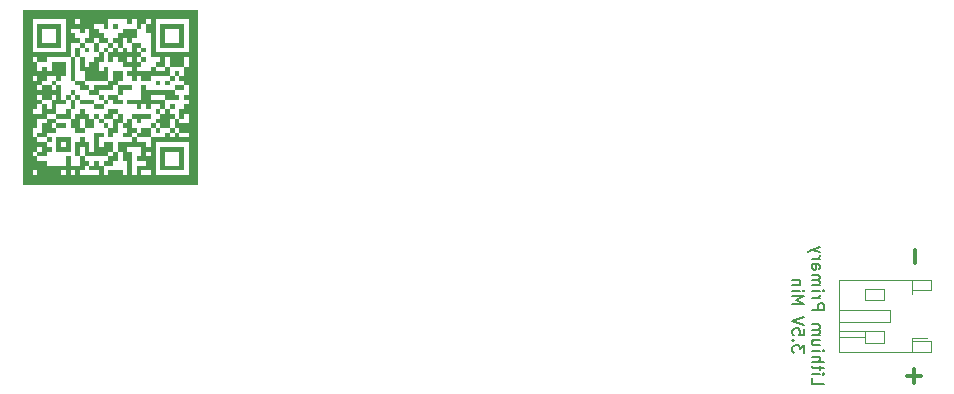
<source format=gbr>
G04 #@! TF.GenerationSoftware,KiCad,Pcbnew,(5.1.5)-3*
G04 #@! TF.CreationDate,2020-03-01T19:19:35+00:00*
G04 #@! TF.ProjectId,teatime,74656174-696d-4652-9e6b-696361645f70,rev?*
G04 #@! TF.SameCoordinates,Original*
G04 #@! TF.FileFunction,Legend,Bot*
G04 #@! TF.FilePolarity,Positive*
%FSLAX46Y46*%
G04 Gerber Fmt 4.6, Leading zero omitted, Abs format (unit mm)*
G04 Created by KiCad (PCBNEW (5.1.5)-3) date 2020-03-01 19:19:35*
%MOMM*%
%LPD*%
G04 APERTURE LIST*
%ADD10C,0.150000*%
%ADD11C,0.300000*%
%ADD12C,0.100000*%
%ADD13C,0.120000*%
G04 APERTURE END LIST*
D10*
X129372619Y-111261904D02*
X129372619Y-111738095D01*
X130372619Y-111738095D01*
X129372619Y-110928571D02*
X130039285Y-110928571D01*
X130372619Y-110928571D02*
X130325000Y-110976190D01*
X130277380Y-110928571D01*
X130325000Y-110880952D01*
X130372619Y-110928571D01*
X130277380Y-110928571D01*
X130039285Y-110595238D02*
X130039285Y-110214285D01*
X130372619Y-110452380D02*
X129515476Y-110452380D01*
X129420238Y-110404761D01*
X129372619Y-110309523D01*
X129372619Y-110214285D01*
X129372619Y-109880952D02*
X130372619Y-109880952D01*
X129372619Y-109452380D02*
X129896428Y-109452380D01*
X129991666Y-109500000D01*
X130039285Y-109595238D01*
X130039285Y-109738095D01*
X129991666Y-109833333D01*
X129944047Y-109880952D01*
X129372619Y-108976190D02*
X130039285Y-108976190D01*
X130372619Y-108976190D02*
X130325000Y-109023809D01*
X130277380Y-108976190D01*
X130325000Y-108928571D01*
X130372619Y-108976190D01*
X130277380Y-108976190D01*
X130039285Y-108071428D02*
X129372619Y-108071428D01*
X130039285Y-108500000D02*
X129515476Y-108500000D01*
X129420238Y-108452380D01*
X129372619Y-108357142D01*
X129372619Y-108214285D01*
X129420238Y-108119047D01*
X129467857Y-108071428D01*
X129372619Y-107595238D02*
X130039285Y-107595238D01*
X129944047Y-107595238D02*
X129991666Y-107547619D01*
X130039285Y-107452380D01*
X130039285Y-107309523D01*
X129991666Y-107214285D01*
X129896428Y-107166666D01*
X129372619Y-107166666D01*
X129896428Y-107166666D02*
X129991666Y-107119047D01*
X130039285Y-107023809D01*
X130039285Y-106880952D01*
X129991666Y-106785714D01*
X129896428Y-106738095D01*
X129372619Y-106738095D01*
X129372619Y-105500000D02*
X130372619Y-105500000D01*
X130372619Y-105119047D01*
X130325000Y-105023809D01*
X130277380Y-104976190D01*
X130182142Y-104928571D01*
X130039285Y-104928571D01*
X129944047Y-104976190D01*
X129896428Y-105023809D01*
X129848809Y-105119047D01*
X129848809Y-105500000D01*
X129372619Y-104500000D02*
X130039285Y-104500000D01*
X129848809Y-104500000D02*
X129944047Y-104452380D01*
X129991666Y-104404761D01*
X130039285Y-104309523D01*
X130039285Y-104214285D01*
X129372619Y-103880952D02*
X130039285Y-103880952D01*
X130372619Y-103880952D02*
X130325000Y-103928571D01*
X130277380Y-103880952D01*
X130325000Y-103833333D01*
X130372619Y-103880952D01*
X130277380Y-103880952D01*
X129372619Y-103404761D02*
X130039285Y-103404761D01*
X129944047Y-103404761D02*
X129991666Y-103357142D01*
X130039285Y-103261904D01*
X130039285Y-103119047D01*
X129991666Y-103023809D01*
X129896428Y-102976190D01*
X129372619Y-102976190D01*
X129896428Y-102976190D02*
X129991666Y-102928571D01*
X130039285Y-102833333D01*
X130039285Y-102690476D01*
X129991666Y-102595238D01*
X129896428Y-102547619D01*
X129372619Y-102547619D01*
X129372619Y-101642857D02*
X129896428Y-101642857D01*
X129991666Y-101690476D01*
X130039285Y-101785714D01*
X130039285Y-101976190D01*
X129991666Y-102071428D01*
X129420238Y-101642857D02*
X129372619Y-101738095D01*
X129372619Y-101976190D01*
X129420238Y-102071428D01*
X129515476Y-102119047D01*
X129610714Y-102119047D01*
X129705952Y-102071428D01*
X129753571Y-101976190D01*
X129753571Y-101738095D01*
X129801190Y-101642857D01*
X129372619Y-101166666D02*
X130039285Y-101166666D01*
X129848809Y-101166666D02*
X129944047Y-101119047D01*
X129991666Y-101071428D01*
X130039285Y-100976190D01*
X130039285Y-100880952D01*
X130039285Y-100642857D02*
X129372619Y-100404761D01*
X130039285Y-100166666D02*
X129372619Y-100404761D01*
X129134523Y-100500000D01*
X129086904Y-100547619D01*
X129039285Y-100642857D01*
X128722619Y-109119047D02*
X128722619Y-108500000D01*
X128341666Y-108833333D01*
X128341666Y-108690476D01*
X128294047Y-108595238D01*
X128246428Y-108547619D01*
X128151190Y-108500000D01*
X127913095Y-108500000D01*
X127817857Y-108547619D01*
X127770238Y-108595238D01*
X127722619Y-108690476D01*
X127722619Y-108976190D01*
X127770238Y-109071428D01*
X127817857Y-109119047D01*
X127817857Y-108071428D02*
X127770238Y-108023809D01*
X127722619Y-108071428D01*
X127770238Y-108119047D01*
X127817857Y-108071428D01*
X127722619Y-108071428D01*
X128722619Y-107119047D02*
X128722619Y-107595238D01*
X128246428Y-107642857D01*
X128294047Y-107595238D01*
X128341666Y-107500000D01*
X128341666Y-107261904D01*
X128294047Y-107166666D01*
X128246428Y-107119047D01*
X128151190Y-107071428D01*
X127913095Y-107071428D01*
X127817857Y-107119047D01*
X127770238Y-107166666D01*
X127722619Y-107261904D01*
X127722619Y-107500000D01*
X127770238Y-107595238D01*
X127817857Y-107642857D01*
X128722619Y-106785714D02*
X127722619Y-106452380D01*
X128722619Y-106119047D01*
X127722619Y-105023809D02*
X128722619Y-105023809D01*
X128008333Y-104690476D01*
X128722619Y-104357142D01*
X127722619Y-104357142D01*
X127722619Y-103880952D02*
X128389285Y-103880952D01*
X128722619Y-103880952D02*
X128675000Y-103928571D01*
X128627380Y-103880952D01*
X128675000Y-103833333D01*
X128722619Y-103880952D01*
X128627380Y-103880952D01*
X128389285Y-103404761D02*
X127722619Y-103404761D01*
X128294047Y-103404761D02*
X128341666Y-103357142D01*
X128389285Y-103261904D01*
X128389285Y-103119047D01*
X128341666Y-103023809D01*
X128246428Y-102976190D01*
X127722619Y-102976190D01*
D11*
X138107142Y-101571428D02*
X138107142Y-100428571D01*
X137428571Y-111107142D02*
X138571428Y-111107142D01*
X138000000Y-111678571D02*
X138000000Y-110535714D01*
D12*
G36*
X77000000Y-80500000D02*
G01*
X77000000Y-80100000D01*
X77400000Y-80100000D01*
X77400000Y-80500000D01*
X77000000Y-80500000D01*
G37*
G36*
X76600000Y-80500000D02*
G01*
X76600000Y-80100000D01*
X77000000Y-80100000D01*
X77000000Y-80500000D01*
X76600000Y-80500000D01*
G37*
G36*
X76200000Y-80500000D02*
G01*
X76200000Y-80100000D01*
X76600000Y-80100000D01*
X76600000Y-80500000D01*
X76200000Y-80500000D01*
G37*
G36*
X75800000Y-80500000D02*
G01*
X75800000Y-80100000D01*
X76200000Y-80100000D01*
X76200000Y-80500000D01*
X75800000Y-80500000D01*
G37*
G36*
X75400000Y-80500000D02*
G01*
X75400000Y-80100000D01*
X75800000Y-80100000D01*
X75800000Y-80500000D01*
X75400000Y-80500000D01*
G37*
G36*
X75000000Y-80500000D02*
G01*
X75000000Y-80100000D01*
X75400000Y-80100000D01*
X75400000Y-80500000D01*
X75000000Y-80500000D01*
G37*
G36*
X74600000Y-80500000D02*
G01*
X74600000Y-80100000D01*
X75000000Y-80100000D01*
X75000000Y-80500000D01*
X74600000Y-80500000D01*
G37*
G36*
X74200000Y-80500000D02*
G01*
X74200000Y-80100000D01*
X74600000Y-80100000D01*
X74600000Y-80500000D01*
X74200000Y-80500000D01*
G37*
G36*
X73800000Y-80500000D02*
G01*
X73800000Y-80100000D01*
X74200000Y-80100000D01*
X74200000Y-80500000D01*
X73800000Y-80500000D01*
G37*
G36*
X73400000Y-80500000D02*
G01*
X73400000Y-80100000D01*
X73800000Y-80100000D01*
X73800000Y-80500000D01*
X73400000Y-80500000D01*
G37*
G36*
X73000000Y-80500000D02*
G01*
X73000000Y-80100000D01*
X73400000Y-80100000D01*
X73400000Y-80500000D01*
X73000000Y-80500000D01*
G37*
G36*
X72600000Y-80500000D02*
G01*
X72600000Y-80100000D01*
X73000000Y-80100000D01*
X73000000Y-80500000D01*
X72600000Y-80500000D01*
G37*
G36*
X72200000Y-80500000D02*
G01*
X72200000Y-80100000D01*
X72600000Y-80100000D01*
X72600000Y-80500000D01*
X72200000Y-80500000D01*
G37*
G36*
X71800000Y-80500000D02*
G01*
X71800000Y-80100000D01*
X72200000Y-80100000D01*
X72200000Y-80500000D01*
X71800000Y-80500000D01*
G37*
G36*
X71400000Y-80500000D02*
G01*
X71400000Y-80100000D01*
X71800000Y-80100000D01*
X71800000Y-80500000D01*
X71400000Y-80500000D01*
G37*
G36*
X71000000Y-80500000D02*
G01*
X71000000Y-80100000D01*
X71400000Y-80100000D01*
X71400000Y-80500000D01*
X71000000Y-80500000D01*
G37*
G36*
X70600000Y-80500000D02*
G01*
X70600000Y-80100000D01*
X71000000Y-80100000D01*
X71000000Y-80500000D01*
X70600000Y-80500000D01*
G37*
G36*
X70200000Y-80500000D02*
G01*
X70200000Y-80100000D01*
X70600000Y-80100000D01*
X70600000Y-80500000D01*
X70200000Y-80500000D01*
G37*
G36*
X69800000Y-80500000D02*
G01*
X69800000Y-80100000D01*
X70200000Y-80100000D01*
X70200000Y-80500000D01*
X69800000Y-80500000D01*
G37*
G36*
X69400000Y-80500000D02*
G01*
X69400000Y-80100000D01*
X69800000Y-80100000D01*
X69800000Y-80500000D01*
X69400000Y-80500000D01*
G37*
G36*
X69000000Y-80500000D02*
G01*
X69000000Y-80100000D01*
X69400000Y-80100000D01*
X69400000Y-80500000D01*
X69000000Y-80500000D01*
G37*
G36*
X68600000Y-80500000D02*
G01*
X68600000Y-80100000D01*
X69000000Y-80100000D01*
X69000000Y-80500000D01*
X68600000Y-80500000D01*
G37*
G36*
X68200000Y-80500000D02*
G01*
X68200000Y-80100000D01*
X68600000Y-80100000D01*
X68600000Y-80500000D01*
X68200000Y-80500000D01*
G37*
G36*
X67800000Y-80500000D02*
G01*
X67800000Y-80100000D01*
X68200000Y-80100000D01*
X68200000Y-80500000D01*
X67800000Y-80500000D01*
G37*
G36*
X67400000Y-80500000D02*
G01*
X67400000Y-80100000D01*
X67800000Y-80100000D01*
X67800000Y-80500000D01*
X67400000Y-80500000D01*
G37*
G36*
X67000000Y-80500000D02*
G01*
X67000000Y-80100000D01*
X67400000Y-80100000D01*
X67400000Y-80500000D01*
X67000000Y-80500000D01*
G37*
G36*
X66600000Y-80500000D02*
G01*
X66600000Y-80100000D01*
X67000000Y-80100000D01*
X67000000Y-80500000D01*
X66600000Y-80500000D01*
G37*
G36*
X66200000Y-80500000D02*
G01*
X66200000Y-80100000D01*
X66600000Y-80100000D01*
X66600000Y-80500000D01*
X66200000Y-80500000D01*
G37*
G36*
X65800000Y-80500000D02*
G01*
X65800000Y-80100000D01*
X66200000Y-80100000D01*
X66200000Y-80500000D01*
X65800000Y-80500000D01*
G37*
G36*
X65400000Y-80500000D02*
G01*
X65400000Y-80100000D01*
X65800000Y-80100000D01*
X65800000Y-80500000D01*
X65400000Y-80500000D01*
G37*
G36*
X65000000Y-80500000D02*
G01*
X65000000Y-80100000D01*
X65400000Y-80100000D01*
X65400000Y-80500000D01*
X65000000Y-80500000D01*
G37*
G36*
X64600000Y-80500000D02*
G01*
X64600000Y-80100000D01*
X65000000Y-80100000D01*
X65000000Y-80500000D01*
X64600000Y-80500000D01*
G37*
G36*
X64200000Y-80500000D02*
G01*
X64200000Y-80100000D01*
X64600000Y-80100000D01*
X64600000Y-80500000D01*
X64200000Y-80500000D01*
G37*
G36*
X63800000Y-80500000D02*
G01*
X63800000Y-80100000D01*
X64200000Y-80100000D01*
X64200000Y-80500000D01*
X63800000Y-80500000D01*
G37*
G36*
X63400000Y-80500000D02*
G01*
X63400000Y-80100000D01*
X63800000Y-80100000D01*
X63800000Y-80500000D01*
X63400000Y-80500000D01*
G37*
G36*
X63000000Y-80500000D02*
G01*
X63000000Y-80100000D01*
X63400000Y-80100000D01*
X63400000Y-80500000D01*
X63000000Y-80500000D01*
G37*
G36*
X62600000Y-80500000D02*
G01*
X62600000Y-80100000D01*
X63000000Y-80100000D01*
X63000000Y-80500000D01*
X62600000Y-80500000D01*
G37*
G36*
X77000000Y-80900000D02*
G01*
X77000000Y-80500000D01*
X77400000Y-80500000D01*
X77400000Y-80900000D01*
X77000000Y-80900000D01*
G37*
G36*
X76600000Y-80900000D02*
G01*
X76600000Y-80500000D01*
X77000000Y-80500000D01*
X77000000Y-80900000D01*
X76600000Y-80900000D01*
G37*
G36*
X76200000Y-80900000D02*
G01*
X76200000Y-80500000D01*
X76600000Y-80500000D01*
X76600000Y-80900000D01*
X76200000Y-80900000D01*
G37*
G36*
X75800000Y-80900000D02*
G01*
X75800000Y-80500000D01*
X76200000Y-80500000D01*
X76200000Y-80900000D01*
X75800000Y-80900000D01*
G37*
G36*
X75400000Y-80900000D02*
G01*
X75400000Y-80500000D01*
X75800000Y-80500000D01*
X75800000Y-80900000D01*
X75400000Y-80900000D01*
G37*
G36*
X75000000Y-80900000D02*
G01*
X75000000Y-80500000D01*
X75400000Y-80500000D01*
X75400000Y-80900000D01*
X75000000Y-80900000D01*
G37*
G36*
X74600000Y-80900000D02*
G01*
X74600000Y-80500000D01*
X75000000Y-80500000D01*
X75000000Y-80900000D01*
X74600000Y-80900000D01*
G37*
G36*
X74200000Y-80900000D02*
G01*
X74200000Y-80500000D01*
X74600000Y-80500000D01*
X74600000Y-80900000D01*
X74200000Y-80900000D01*
G37*
G36*
X73800000Y-80900000D02*
G01*
X73800000Y-80500000D01*
X74200000Y-80500000D01*
X74200000Y-80900000D01*
X73800000Y-80900000D01*
G37*
G36*
X73400000Y-80900000D02*
G01*
X73400000Y-80500000D01*
X73800000Y-80500000D01*
X73800000Y-80900000D01*
X73400000Y-80900000D01*
G37*
G36*
X73000000Y-80900000D02*
G01*
X73000000Y-80500000D01*
X73400000Y-80500000D01*
X73400000Y-80900000D01*
X73000000Y-80900000D01*
G37*
G36*
X72600000Y-80900000D02*
G01*
X72600000Y-80500000D01*
X73000000Y-80500000D01*
X73000000Y-80900000D01*
X72600000Y-80900000D01*
G37*
G36*
X72200000Y-80900000D02*
G01*
X72200000Y-80500000D01*
X72600000Y-80500000D01*
X72600000Y-80900000D01*
X72200000Y-80900000D01*
G37*
G36*
X71800000Y-80900000D02*
G01*
X71800000Y-80500000D01*
X72200000Y-80500000D01*
X72200000Y-80900000D01*
X71800000Y-80900000D01*
G37*
G36*
X71400000Y-80900000D02*
G01*
X71400000Y-80500000D01*
X71800000Y-80500000D01*
X71800000Y-80900000D01*
X71400000Y-80900000D01*
G37*
G36*
X71000000Y-80900000D02*
G01*
X71000000Y-80500000D01*
X71400000Y-80500000D01*
X71400000Y-80900000D01*
X71000000Y-80900000D01*
G37*
G36*
X70600000Y-80900000D02*
G01*
X70600000Y-80500000D01*
X71000000Y-80500000D01*
X71000000Y-80900000D01*
X70600000Y-80900000D01*
G37*
G36*
X70200000Y-80900000D02*
G01*
X70200000Y-80500000D01*
X70600000Y-80500000D01*
X70600000Y-80900000D01*
X70200000Y-80900000D01*
G37*
G36*
X69800000Y-80900000D02*
G01*
X69800000Y-80500000D01*
X70200000Y-80500000D01*
X70200000Y-80900000D01*
X69800000Y-80900000D01*
G37*
G36*
X69400000Y-80900000D02*
G01*
X69400000Y-80500000D01*
X69800000Y-80500000D01*
X69800000Y-80900000D01*
X69400000Y-80900000D01*
G37*
G36*
X69000000Y-80900000D02*
G01*
X69000000Y-80500000D01*
X69400000Y-80500000D01*
X69400000Y-80900000D01*
X69000000Y-80900000D01*
G37*
G36*
X68600000Y-80900000D02*
G01*
X68600000Y-80500000D01*
X69000000Y-80500000D01*
X69000000Y-80900000D01*
X68600000Y-80900000D01*
G37*
G36*
X68200000Y-80900000D02*
G01*
X68200000Y-80500000D01*
X68600000Y-80500000D01*
X68600000Y-80900000D01*
X68200000Y-80900000D01*
G37*
G36*
X67800000Y-80900000D02*
G01*
X67800000Y-80500000D01*
X68200000Y-80500000D01*
X68200000Y-80900000D01*
X67800000Y-80900000D01*
G37*
G36*
X67400000Y-80900000D02*
G01*
X67400000Y-80500000D01*
X67800000Y-80500000D01*
X67800000Y-80900000D01*
X67400000Y-80900000D01*
G37*
G36*
X67000000Y-80900000D02*
G01*
X67000000Y-80500000D01*
X67400000Y-80500000D01*
X67400000Y-80900000D01*
X67000000Y-80900000D01*
G37*
G36*
X66600000Y-80900000D02*
G01*
X66600000Y-80500000D01*
X67000000Y-80500000D01*
X67000000Y-80900000D01*
X66600000Y-80900000D01*
G37*
G36*
X66200000Y-80900000D02*
G01*
X66200000Y-80500000D01*
X66600000Y-80500000D01*
X66600000Y-80900000D01*
X66200000Y-80900000D01*
G37*
G36*
X65800000Y-80900000D02*
G01*
X65800000Y-80500000D01*
X66200000Y-80500000D01*
X66200000Y-80900000D01*
X65800000Y-80900000D01*
G37*
G36*
X65400000Y-80900000D02*
G01*
X65400000Y-80500000D01*
X65800000Y-80500000D01*
X65800000Y-80900000D01*
X65400000Y-80900000D01*
G37*
G36*
X65000000Y-80900000D02*
G01*
X65000000Y-80500000D01*
X65400000Y-80500000D01*
X65400000Y-80900000D01*
X65000000Y-80900000D01*
G37*
G36*
X64600000Y-80900000D02*
G01*
X64600000Y-80500000D01*
X65000000Y-80500000D01*
X65000000Y-80900000D01*
X64600000Y-80900000D01*
G37*
G36*
X64200000Y-80900000D02*
G01*
X64200000Y-80500000D01*
X64600000Y-80500000D01*
X64600000Y-80900000D01*
X64200000Y-80900000D01*
G37*
G36*
X63800000Y-80900000D02*
G01*
X63800000Y-80500000D01*
X64200000Y-80500000D01*
X64200000Y-80900000D01*
X63800000Y-80900000D01*
G37*
G36*
X63400000Y-80900000D02*
G01*
X63400000Y-80500000D01*
X63800000Y-80500000D01*
X63800000Y-80900000D01*
X63400000Y-80900000D01*
G37*
G36*
X63000000Y-80900000D02*
G01*
X63000000Y-80500000D01*
X63400000Y-80500000D01*
X63400000Y-80900000D01*
X63000000Y-80900000D01*
G37*
G36*
X62600000Y-80900000D02*
G01*
X62600000Y-80500000D01*
X63000000Y-80500000D01*
X63000000Y-80900000D01*
X62600000Y-80900000D01*
G37*
G36*
X77000000Y-81300000D02*
G01*
X77000000Y-80900000D01*
X77400000Y-80900000D01*
X77400000Y-81300000D01*
X77000000Y-81300000D01*
G37*
G36*
X76600000Y-81300000D02*
G01*
X76600000Y-80900000D01*
X77000000Y-80900000D01*
X77000000Y-81300000D01*
X76600000Y-81300000D01*
G37*
G36*
X73400000Y-81300000D02*
G01*
X73400000Y-80900000D01*
X73800000Y-80900000D01*
X73800000Y-81300000D01*
X73400000Y-81300000D01*
G37*
G36*
X72600000Y-81300000D02*
G01*
X72600000Y-80900000D01*
X73000000Y-80900000D01*
X73000000Y-81300000D01*
X72600000Y-81300000D01*
G37*
G36*
X72200000Y-81300000D02*
G01*
X72200000Y-80900000D01*
X72600000Y-80900000D01*
X72600000Y-81300000D01*
X72200000Y-81300000D01*
G37*
G36*
X71400000Y-81300000D02*
G01*
X71400000Y-80900000D01*
X71800000Y-80900000D01*
X71800000Y-81300000D01*
X71400000Y-81300000D01*
G37*
G36*
X69400000Y-81300000D02*
G01*
X69400000Y-80900000D01*
X69800000Y-80900000D01*
X69800000Y-81300000D01*
X69400000Y-81300000D01*
G37*
G36*
X69000000Y-81300000D02*
G01*
X69000000Y-80900000D01*
X69400000Y-80900000D01*
X69400000Y-81300000D01*
X69000000Y-81300000D01*
G37*
G36*
X68600000Y-81300000D02*
G01*
X68600000Y-80900000D01*
X69000000Y-80900000D01*
X69000000Y-81300000D01*
X68600000Y-81300000D01*
G37*
G36*
X68200000Y-81300000D02*
G01*
X68200000Y-80900000D01*
X68600000Y-80900000D01*
X68600000Y-81300000D01*
X68200000Y-81300000D01*
G37*
G36*
X67800000Y-81300000D02*
G01*
X67800000Y-80900000D01*
X68200000Y-80900000D01*
X68200000Y-81300000D01*
X67800000Y-81300000D01*
G37*
G36*
X67400000Y-81300000D02*
G01*
X67400000Y-80900000D01*
X67800000Y-80900000D01*
X67800000Y-81300000D01*
X67400000Y-81300000D01*
G37*
G36*
X66600000Y-81300000D02*
G01*
X66600000Y-80900000D01*
X67000000Y-80900000D01*
X67000000Y-81300000D01*
X66600000Y-81300000D01*
G37*
G36*
X66200000Y-81300000D02*
G01*
X66200000Y-80900000D01*
X66600000Y-80900000D01*
X66600000Y-81300000D01*
X66200000Y-81300000D01*
G37*
G36*
X63000000Y-81300000D02*
G01*
X63000000Y-80900000D01*
X63400000Y-80900000D01*
X63400000Y-81300000D01*
X63000000Y-81300000D01*
G37*
G36*
X62600000Y-81300000D02*
G01*
X62600000Y-80900000D01*
X63000000Y-80900000D01*
X63000000Y-81300000D01*
X62600000Y-81300000D01*
G37*
G36*
X77000000Y-81700000D02*
G01*
X77000000Y-81300000D01*
X77400000Y-81300000D01*
X77400000Y-81700000D01*
X77000000Y-81700000D01*
G37*
G36*
X76600000Y-81700000D02*
G01*
X76600000Y-81300000D01*
X77000000Y-81300000D01*
X77000000Y-81700000D01*
X76600000Y-81700000D01*
G37*
G36*
X75800000Y-81700000D02*
G01*
X75800000Y-81300000D01*
X76200000Y-81300000D01*
X76200000Y-81700000D01*
X75800000Y-81700000D01*
G37*
G36*
X75400000Y-81700000D02*
G01*
X75400000Y-81300000D01*
X75800000Y-81300000D01*
X75800000Y-81700000D01*
X75400000Y-81700000D01*
G37*
G36*
X75000000Y-81700000D02*
G01*
X75000000Y-81300000D01*
X75400000Y-81300000D01*
X75400000Y-81700000D01*
X75000000Y-81700000D01*
G37*
G36*
X74600000Y-81700000D02*
G01*
X74600000Y-81300000D01*
X75000000Y-81300000D01*
X75000000Y-81700000D01*
X74600000Y-81700000D01*
G37*
G36*
X74200000Y-81700000D02*
G01*
X74200000Y-81300000D01*
X74600000Y-81300000D01*
X74600000Y-81700000D01*
X74200000Y-81700000D01*
G37*
G36*
X73400000Y-81700000D02*
G01*
X73400000Y-81300000D01*
X73800000Y-81300000D01*
X73800000Y-81700000D01*
X73400000Y-81700000D01*
G37*
G36*
X73000000Y-81700000D02*
G01*
X73000000Y-81300000D01*
X73400000Y-81300000D01*
X73400000Y-81700000D01*
X73000000Y-81700000D01*
G37*
G36*
X72200000Y-81700000D02*
G01*
X72200000Y-81300000D01*
X72600000Y-81300000D01*
X72600000Y-81700000D01*
X72200000Y-81700000D01*
G37*
G36*
X70200000Y-81700000D02*
G01*
X70200000Y-81300000D01*
X70600000Y-81300000D01*
X70600000Y-81700000D01*
X70200000Y-81700000D01*
G37*
G36*
X69400000Y-81700000D02*
G01*
X69400000Y-81300000D01*
X69800000Y-81300000D01*
X69800000Y-81700000D01*
X69400000Y-81700000D01*
G37*
G36*
X68200000Y-81700000D02*
G01*
X68200000Y-81300000D01*
X68600000Y-81300000D01*
X68600000Y-81700000D01*
X68200000Y-81700000D01*
G37*
G36*
X67800000Y-81700000D02*
G01*
X67800000Y-81300000D01*
X68200000Y-81300000D01*
X68200000Y-81700000D01*
X67800000Y-81700000D01*
G37*
G36*
X67400000Y-81700000D02*
G01*
X67400000Y-81300000D01*
X67800000Y-81300000D01*
X67800000Y-81700000D01*
X67400000Y-81700000D01*
G37*
G36*
X67000000Y-81700000D02*
G01*
X67000000Y-81300000D01*
X67400000Y-81300000D01*
X67400000Y-81700000D01*
X67000000Y-81700000D01*
G37*
G36*
X66600000Y-81700000D02*
G01*
X66600000Y-81300000D01*
X67000000Y-81300000D01*
X67000000Y-81700000D01*
X66600000Y-81700000D01*
G37*
G36*
X66200000Y-81700000D02*
G01*
X66200000Y-81300000D01*
X66600000Y-81300000D01*
X66600000Y-81700000D01*
X66200000Y-81700000D01*
G37*
G36*
X65400000Y-81700000D02*
G01*
X65400000Y-81300000D01*
X65800000Y-81300000D01*
X65800000Y-81700000D01*
X65400000Y-81700000D01*
G37*
G36*
X65000000Y-81700000D02*
G01*
X65000000Y-81300000D01*
X65400000Y-81300000D01*
X65400000Y-81700000D01*
X65000000Y-81700000D01*
G37*
G36*
X64600000Y-81700000D02*
G01*
X64600000Y-81300000D01*
X65000000Y-81300000D01*
X65000000Y-81700000D01*
X64600000Y-81700000D01*
G37*
G36*
X64200000Y-81700000D02*
G01*
X64200000Y-81300000D01*
X64600000Y-81300000D01*
X64600000Y-81700000D01*
X64200000Y-81700000D01*
G37*
G36*
X63800000Y-81700000D02*
G01*
X63800000Y-81300000D01*
X64200000Y-81300000D01*
X64200000Y-81700000D01*
X63800000Y-81700000D01*
G37*
G36*
X63000000Y-81700000D02*
G01*
X63000000Y-81300000D01*
X63400000Y-81300000D01*
X63400000Y-81700000D01*
X63000000Y-81700000D01*
G37*
G36*
X62600000Y-81700000D02*
G01*
X62600000Y-81300000D01*
X63000000Y-81300000D01*
X63000000Y-81700000D01*
X62600000Y-81700000D01*
G37*
G36*
X77000000Y-82100000D02*
G01*
X77000000Y-81700000D01*
X77400000Y-81700000D01*
X77400000Y-82100000D01*
X77000000Y-82100000D01*
G37*
G36*
X76600000Y-82100000D02*
G01*
X76600000Y-81700000D01*
X77000000Y-81700000D01*
X77000000Y-82100000D01*
X76600000Y-82100000D01*
G37*
G36*
X75800000Y-82100000D02*
G01*
X75800000Y-81700000D01*
X76200000Y-81700000D01*
X76200000Y-82100000D01*
X75800000Y-82100000D01*
G37*
G36*
X74200000Y-82100000D02*
G01*
X74200000Y-81700000D01*
X74600000Y-81700000D01*
X74600000Y-82100000D01*
X74200000Y-82100000D01*
G37*
G36*
X73400000Y-82100000D02*
G01*
X73400000Y-81700000D01*
X73800000Y-81700000D01*
X73800000Y-82100000D01*
X73400000Y-82100000D01*
G37*
G36*
X73000000Y-82100000D02*
G01*
X73000000Y-81700000D01*
X73400000Y-81700000D01*
X73400000Y-82100000D01*
X73000000Y-82100000D01*
G37*
G36*
X71800000Y-82100000D02*
G01*
X71800000Y-81700000D01*
X72200000Y-81700000D01*
X72200000Y-82100000D01*
X71800000Y-82100000D01*
G37*
G36*
X71400000Y-82100000D02*
G01*
X71400000Y-81700000D01*
X71800000Y-81700000D01*
X71800000Y-82100000D01*
X71400000Y-82100000D01*
G37*
G36*
X71000000Y-82100000D02*
G01*
X71000000Y-81700000D01*
X71400000Y-81700000D01*
X71400000Y-82100000D01*
X71000000Y-82100000D01*
G37*
G36*
X68600000Y-82100000D02*
G01*
X68600000Y-81700000D01*
X69000000Y-81700000D01*
X69000000Y-82100000D01*
X68600000Y-82100000D01*
G37*
G36*
X68200000Y-82100000D02*
G01*
X68200000Y-81700000D01*
X68600000Y-81700000D01*
X68600000Y-82100000D01*
X68200000Y-82100000D01*
G37*
G36*
X67400000Y-82100000D02*
G01*
X67400000Y-81700000D01*
X67800000Y-81700000D01*
X67800000Y-82100000D01*
X67400000Y-82100000D01*
G37*
G36*
X66200000Y-82100000D02*
G01*
X66200000Y-81700000D01*
X66600000Y-81700000D01*
X66600000Y-82100000D01*
X66200000Y-82100000D01*
G37*
G36*
X65400000Y-82100000D02*
G01*
X65400000Y-81700000D01*
X65800000Y-81700000D01*
X65800000Y-82100000D01*
X65400000Y-82100000D01*
G37*
G36*
X63800000Y-82100000D02*
G01*
X63800000Y-81700000D01*
X64200000Y-81700000D01*
X64200000Y-82100000D01*
X63800000Y-82100000D01*
G37*
G36*
X63000000Y-82100000D02*
G01*
X63000000Y-81700000D01*
X63400000Y-81700000D01*
X63400000Y-82100000D01*
X63000000Y-82100000D01*
G37*
G36*
X62600000Y-82100000D02*
G01*
X62600000Y-81700000D01*
X63000000Y-81700000D01*
X63000000Y-82100000D01*
X62600000Y-82100000D01*
G37*
G36*
X77000000Y-82500000D02*
G01*
X77000000Y-82100000D01*
X77400000Y-82100000D01*
X77400000Y-82500000D01*
X77000000Y-82500000D01*
G37*
G36*
X76600000Y-82500000D02*
G01*
X76600000Y-82100000D01*
X77000000Y-82100000D01*
X77000000Y-82500000D01*
X76600000Y-82500000D01*
G37*
G36*
X75800000Y-82500000D02*
G01*
X75800000Y-82100000D01*
X76200000Y-82100000D01*
X76200000Y-82500000D01*
X75800000Y-82500000D01*
G37*
G36*
X74200000Y-82500000D02*
G01*
X74200000Y-82100000D01*
X74600000Y-82100000D01*
X74600000Y-82500000D01*
X74200000Y-82500000D01*
G37*
G36*
X73400000Y-82500000D02*
G01*
X73400000Y-82100000D01*
X73800000Y-82100000D01*
X73800000Y-82500000D01*
X73400000Y-82500000D01*
G37*
G36*
X71800000Y-82500000D02*
G01*
X71800000Y-82100000D01*
X72200000Y-82100000D01*
X72200000Y-82500000D01*
X71800000Y-82500000D01*
G37*
G36*
X71400000Y-82500000D02*
G01*
X71400000Y-82100000D01*
X71800000Y-82100000D01*
X71800000Y-82500000D01*
X71400000Y-82500000D01*
G37*
G36*
X71000000Y-82500000D02*
G01*
X71000000Y-82100000D01*
X71400000Y-82100000D01*
X71400000Y-82500000D01*
X71000000Y-82500000D01*
G37*
G36*
X70600000Y-82500000D02*
G01*
X70600000Y-82100000D01*
X71000000Y-82100000D01*
X71000000Y-82500000D01*
X70600000Y-82500000D01*
G37*
G36*
X69000000Y-82500000D02*
G01*
X69000000Y-82100000D01*
X69400000Y-82100000D01*
X69400000Y-82500000D01*
X69000000Y-82500000D01*
G37*
G36*
X68600000Y-82500000D02*
G01*
X68600000Y-82100000D01*
X69000000Y-82100000D01*
X69000000Y-82500000D01*
X68600000Y-82500000D01*
G37*
G36*
X68200000Y-82500000D02*
G01*
X68200000Y-82100000D01*
X68600000Y-82100000D01*
X68600000Y-82500000D01*
X68200000Y-82500000D01*
G37*
G36*
X66600000Y-82500000D02*
G01*
X66600000Y-82100000D01*
X67000000Y-82100000D01*
X67000000Y-82500000D01*
X66600000Y-82500000D01*
G37*
G36*
X66200000Y-82500000D02*
G01*
X66200000Y-82100000D01*
X66600000Y-82100000D01*
X66600000Y-82500000D01*
X66200000Y-82500000D01*
G37*
G36*
X65400000Y-82500000D02*
G01*
X65400000Y-82100000D01*
X65800000Y-82100000D01*
X65800000Y-82500000D01*
X65400000Y-82500000D01*
G37*
G36*
X63800000Y-82500000D02*
G01*
X63800000Y-82100000D01*
X64200000Y-82100000D01*
X64200000Y-82500000D01*
X63800000Y-82500000D01*
G37*
G36*
X63000000Y-82500000D02*
G01*
X63000000Y-82100000D01*
X63400000Y-82100000D01*
X63400000Y-82500000D01*
X63000000Y-82500000D01*
G37*
G36*
X62600000Y-82500000D02*
G01*
X62600000Y-82100000D01*
X63000000Y-82100000D01*
X63000000Y-82500000D01*
X62600000Y-82500000D01*
G37*
G36*
X77000000Y-82900000D02*
G01*
X77000000Y-82500000D01*
X77400000Y-82500000D01*
X77400000Y-82900000D01*
X77000000Y-82900000D01*
G37*
G36*
X76600000Y-82900000D02*
G01*
X76600000Y-82500000D01*
X77000000Y-82500000D01*
X77000000Y-82900000D01*
X76600000Y-82900000D01*
G37*
G36*
X75800000Y-82900000D02*
G01*
X75800000Y-82500000D01*
X76200000Y-82500000D01*
X76200000Y-82900000D01*
X75800000Y-82900000D01*
G37*
G36*
X74200000Y-82900000D02*
G01*
X74200000Y-82500000D01*
X74600000Y-82500000D01*
X74600000Y-82900000D01*
X74200000Y-82900000D01*
G37*
G36*
X73400000Y-82900000D02*
G01*
X73400000Y-82500000D01*
X73800000Y-82500000D01*
X73800000Y-82900000D01*
X73400000Y-82900000D01*
G37*
G36*
X71400000Y-82900000D02*
G01*
X71400000Y-82500000D01*
X71800000Y-82500000D01*
X71800000Y-82900000D01*
X71400000Y-82900000D01*
G37*
G36*
X70600000Y-82900000D02*
G01*
X70600000Y-82500000D01*
X71000000Y-82500000D01*
X71000000Y-82900000D01*
X70600000Y-82900000D01*
G37*
G36*
X70200000Y-82900000D02*
G01*
X70200000Y-82500000D01*
X70600000Y-82500000D01*
X70600000Y-82900000D01*
X70200000Y-82900000D01*
G37*
G36*
X69400000Y-82900000D02*
G01*
X69400000Y-82500000D01*
X69800000Y-82500000D01*
X69800000Y-82900000D01*
X69400000Y-82900000D01*
G37*
G36*
X69000000Y-82900000D02*
G01*
X69000000Y-82500000D01*
X69400000Y-82500000D01*
X69400000Y-82900000D01*
X69000000Y-82900000D01*
G37*
G36*
X68200000Y-82900000D02*
G01*
X68200000Y-82500000D01*
X68600000Y-82500000D01*
X68600000Y-82900000D01*
X68200000Y-82900000D01*
G37*
G36*
X67800000Y-82900000D02*
G01*
X67800000Y-82500000D01*
X68200000Y-82500000D01*
X68200000Y-82900000D01*
X67800000Y-82900000D01*
G37*
G36*
X67000000Y-82900000D02*
G01*
X67000000Y-82500000D01*
X67400000Y-82500000D01*
X67400000Y-82900000D01*
X67000000Y-82900000D01*
G37*
G36*
X66600000Y-82900000D02*
G01*
X66600000Y-82500000D01*
X67000000Y-82500000D01*
X67000000Y-82900000D01*
X66600000Y-82900000D01*
G37*
G36*
X66200000Y-82900000D02*
G01*
X66200000Y-82500000D01*
X66600000Y-82500000D01*
X66600000Y-82900000D01*
X66200000Y-82900000D01*
G37*
G36*
X65400000Y-82900000D02*
G01*
X65400000Y-82500000D01*
X65800000Y-82500000D01*
X65800000Y-82900000D01*
X65400000Y-82900000D01*
G37*
G36*
X63800000Y-82900000D02*
G01*
X63800000Y-82500000D01*
X64200000Y-82500000D01*
X64200000Y-82900000D01*
X63800000Y-82900000D01*
G37*
G36*
X63000000Y-82900000D02*
G01*
X63000000Y-82500000D01*
X63400000Y-82500000D01*
X63400000Y-82900000D01*
X63000000Y-82900000D01*
G37*
G36*
X62600000Y-82900000D02*
G01*
X62600000Y-82500000D01*
X63000000Y-82500000D01*
X63000000Y-82900000D01*
X62600000Y-82900000D01*
G37*
G36*
X77000000Y-83300000D02*
G01*
X77000000Y-82900000D01*
X77400000Y-82900000D01*
X77400000Y-83300000D01*
X77000000Y-83300000D01*
G37*
G36*
X76600000Y-83300000D02*
G01*
X76600000Y-82900000D01*
X77000000Y-82900000D01*
X77000000Y-83300000D01*
X76600000Y-83300000D01*
G37*
G36*
X75800000Y-83300000D02*
G01*
X75800000Y-82900000D01*
X76200000Y-82900000D01*
X76200000Y-83300000D01*
X75800000Y-83300000D01*
G37*
G36*
X75400000Y-83300000D02*
G01*
X75400000Y-82900000D01*
X75800000Y-82900000D01*
X75800000Y-83300000D01*
X75400000Y-83300000D01*
G37*
G36*
X75000000Y-83300000D02*
G01*
X75000000Y-82900000D01*
X75400000Y-82900000D01*
X75400000Y-83300000D01*
X75000000Y-83300000D01*
G37*
G36*
X74600000Y-83300000D02*
G01*
X74600000Y-82900000D01*
X75000000Y-82900000D01*
X75000000Y-83300000D01*
X74600000Y-83300000D01*
G37*
G36*
X74200000Y-83300000D02*
G01*
X74200000Y-82900000D01*
X74600000Y-82900000D01*
X74600000Y-83300000D01*
X74200000Y-83300000D01*
G37*
G36*
X73400000Y-83300000D02*
G01*
X73400000Y-82900000D01*
X73800000Y-82900000D01*
X73800000Y-83300000D01*
X73400000Y-83300000D01*
G37*
G36*
X72200000Y-83300000D02*
G01*
X72200000Y-82900000D01*
X72600000Y-82900000D01*
X72600000Y-83300000D01*
X72200000Y-83300000D01*
G37*
G36*
X71800000Y-83300000D02*
G01*
X71800000Y-82900000D01*
X72200000Y-82900000D01*
X72200000Y-83300000D01*
X71800000Y-83300000D01*
G37*
G36*
X70600000Y-83300000D02*
G01*
X70600000Y-82900000D01*
X71000000Y-82900000D01*
X71000000Y-83300000D01*
X70600000Y-83300000D01*
G37*
G36*
X69800000Y-83300000D02*
G01*
X69800000Y-82900000D01*
X70200000Y-82900000D01*
X70200000Y-83300000D01*
X69800000Y-83300000D01*
G37*
G36*
X68600000Y-83300000D02*
G01*
X68600000Y-82900000D01*
X69000000Y-82900000D01*
X69000000Y-83300000D01*
X68600000Y-83300000D01*
G37*
G36*
X67400000Y-83300000D02*
G01*
X67400000Y-82900000D01*
X67800000Y-82900000D01*
X67800000Y-83300000D01*
X67400000Y-83300000D01*
G37*
G36*
X66200000Y-83300000D02*
G01*
X66200000Y-82900000D01*
X66600000Y-82900000D01*
X66600000Y-83300000D01*
X66200000Y-83300000D01*
G37*
G36*
X65400000Y-83300000D02*
G01*
X65400000Y-82900000D01*
X65800000Y-82900000D01*
X65800000Y-83300000D01*
X65400000Y-83300000D01*
G37*
G36*
X65000000Y-83300000D02*
G01*
X65000000Y-82900000D01*
X65400000Y-82900000D01*
X65400000Y-83300000D01*
X65000000Y-83300000D01*
G37*
G36*
X64600000Y-83300000D02*
G01*
X64600000Y-82900000D01*
X65000000Y-82900000D01*
X65000000Y-83300000D01*
X64600000Y-83300000D01*
G37*
G36*
X64200000Y-83300000D02*
G01*
X64200000Y-82900000D01*
X64600000Y-82900000D01*
X64600000Y-83300000D01*
X64200000Y-83300000D01*
G37*
G36*
X63800000Y-83300000D02*
G01*
X63800000Y-82900000D01*
X64200000Y-82900000D01*
X64200000Y-83300000D01*
X63800000Y-83300000D01*
G37*
G36*
X63000000Y-83300000D02*
G01*
X63000000Y-82900000D01*
X63400000Y-82900000D01*
X63400000Y-83300000D01*
X63000000Y-83300000D01*
G37*
G36*
X62600000Y-83300000D02*
G01*
X62600000Y-82900000D01*
X63000000Y-82900000D01*
X63000000Y-83300000D01*
X62600000Y-83300000D01*
G37*
G36*
X77000000Y-83700000D02*
G01*
X77000000Y-83300000D01*
X77400000Y-83300000D01*
X77400000Y-83700000D01*
X77000000Y-83700000D01*
G37*
G36*
X76600000Y-83700000D02*
G01*
X76600000Y-83300000D01*
X77000000Y-83300000D01*
X77000000Y-83700000D01*
X76600000Y-83700000D01*
G37*
G36*
X73400000Y-83700000D02*
G01*
X73400000Y-83300000D01*
X73800000Y-83300000D01*
X73800000Y-83700000D01*
X73400000Y-83700000D01*
G37*
G36*
X72600000Y-83700000D02*
G01*
X72600000Y-83300000D01*
X73000000Y-83300000D01*
X73000000Y-83700000D01*
X72600000Y-83700000D01*
G37*
G36*
X71800000Y-83700000D02*
G01*
X71800000Y-83300000D01*
X72200000Y-83300000D01*
X72200000Y-83700000D01*
X71800000Y-83700000D01*
G37*
G36*
X71000000Y-83700000D02*
G01*
X71000000Y-83300000D01*
X71400000Y-83300000D01*
X71400000Y-83700000D01*
X71000000Y-83700000D01*
G37*
G36*
X70200000Y-83700000D02*
G01*
X70200000Y-83300000D01*
X70600000Y-83300000D01*
X70600000Y-83700000D01*
X70200000Y-83700000D01*
G37*
G36*
X69400000Y-83700000D02*
G01*
X69400000Y-83300000D01*
X69800000Y-83300000D01*
X69800000Y-83700000D01*
X69400000Y-83700000D01*
G37*
G36*
X68600000Y-83700000D02*
G01*
X68600000Y-83300000D01*
X69000000Y-83300000D01*
X69000000Y-83700000D01*
X68600000Y-83700000D01*
G37*
G36*
X67800000Y-83700000D02*
G01*
X67800000Y-83300000D01*
X68200000Y-83300000D01*
X68200000Y-83700000D01*
X67800000Y-83700000D01*
G37*
G36*
X67000000Y-83700000D02*
G01*
X67000000Y-83300000D01*
X67400000Y-83300000D01*
X67400000Y-83700000D01*
X67000000Y-83700000D01*
G37*
G36*
X66200000Y-83700000D02*
G01*
X66200000Y-83300000D01*
X66600000Y-83300000D01*
X66600000Y-83700000D01*
X66200000Y-83700000D01*
G37*
G36*
X63000000Y-83700000D02*
G01*
X63000000Y-83300000D01*
X63400000Y-83300000D01*
X63400000Y-83700000D01*
X63000000Y-83700000D01*
G37*
G36*
X62600000Y-83700000D02*
G01*
X62600000Y-83300000D01*
X63000000Y-83300000D01*
X63000000Y-83700000D01*
X62600000Y-83700000D01*
G37*
G36*
X77000000Y-84100000D02*
G01*
X77000000Y-83700000D01*
X77400000Y-83700000D01*
X77400000Y-84100000D01*
X77000000Y-84100000D01*
G37*
G36*
X76600000Y-84100000D02*
G01*
X76600000Y-83700000D01*
X77000000Y-83700000D01*
X77000000Y-84100000D01*
X76600000Y-84100000D01*
G37*
G36*
X76200000Y-84100000D02*
G01*
X76200000Y-83700000D01*
X76600000Y-83700000D01*
X76600000Y-84100000D01*
X76200000Y-84100000D01*
G37*
G36*
X75800000Y-84100000D02*
G01*
X75800000Y-83700000D01*
X76200000Y-83700000D01*
X76200000Y-84100000D01*
X75800000Y-84100000D01*
G37*
G36*
X75400000Y-84100000D02*
G01*
X75400000Y-83700000D01*
X75800000Y-83700000D01*
X75800000Y-84100000D01*
X75400000Y-84100000D01*
G37*
G36*
X75000000Y-84100000D02*
G01*
X75000000Y-83700000D01*
X75400000Y-83700000D01*
X75400000Y-84100000D01*
X75000000Y-84100000D01*
G37*
G36*
X74600000Y-84100000D02*
G01*
X74600000Y-83700000D01*
X75000000Y-83700000D01*
X75000000Y-84100000D01*
X74600000Y-84100000D01*
G37*
G36*
X74200000Y-84100000D02*
G01*
X74200000Y-83700000D01*
X74600000Y-83700000D01*
X74600000Y-84100000D01*
X74200000Y-84100000D01*
G37*
G36*
X73800000Y-84100000D02*
G01*
X73800000Y-83700000D01*
X74200000Y-83700000D01*
X74200000Y-84100000D01*
X73800000Y-84100000D01*
G37*
G36*
X73400000Y-84100000D02*
G01*
X73400000Y-83700000D01*
X73800000Y-83700000D01*
X73800000Y-84100000D01*
X73400000Y-84100000D01*
G37*
G36*
X72200000Y-84100000D02*
G01*
X72200000Y-83700000D01*
X72600000Y-83700000D01*
X72600000Y-84100000D01*
X72200000Y-84100000D01*
G37*
G36*
X71800000Y-84100000D02*
G01*
X71800000Y-83700000D01*
X72200000Y-83700000D01*
X72200000Y-84100000D01*
X71800000Y-84100000D01*
G37*
G36*
X71400000Y-84100000D02*
G01*
X71400000Y-83700000D01*
X71800000Y-83700000D01*
X71800000Y-84100000D01*
X71400000Y-84100000D01*
G37*
G36*
X71000000Y-84100000D02*
G01*
X71000000Y-83700000D01*
X71400000Y-83700000D01*
X71400000Y-84100000D01*
X71000000Y-84100000D01*
G37*
G36*
X70600000Y-84100000D02*
G01*
X70600000Y-83700000D01*
X71000000Y-83700000D01*
X71000000Y-84100000D01*
X70600000Y-84100000D01*
G37*
G36*
X70200000Y-84100000D02*
G01*
X70200000Y-83700000D01*
X70600000Y-83700000D01*
X70600000Y-84100000D01*
X70200000Y-84100000D01*
G37*
G36*
X69800000Y-84100000D02*
G01*
X69800000Y-83700000D01*
X70200000Y-83700000D01*
X70200000Y-84100000D01*
X69800000Y-84100000D01*
G37*
G36*
X69000000Y-84100000D02*
G01*
X69000000Y-83700000D01*
X69400000Y-83700000D01*
X69400000Y-84100000D01*
X69000000Y-84100000D01*
G37*
G36*
X67000000Y-84100000D02*
G01*
X67000000Y-83700000D01*
X67400000Y-83700000D01*
X67400000Y-84100000D01*
X67000000Y-84100000D01*
G37*
G36*
X66200000Y-84100000D02*
G01*
X66200000Y-83700000D01*
X66600000Y-83700000D01*
X66600000Y-84100000D01*
X66200000Y-84100000D01*
G37*
G36*
X65800000Y-84100000D02*
G01*
X65800000Y-83700000D01*
X66200000Y-83700000D01*
X66200000Y-84100000D01*
X65800000Y-84100000D01*
G37*
G36*
X65400000Y-84100000D02*
G01*
X65400000Y-83700000D01*
X65800000Y-83700000D01*
X65800000Y-84100000D01*
X65400000Y-84100000D01*
G37*
G36*
X65000000Y-84100000D02*
G01*
X65000000Y-83700000D01*
X65400000Y-83700000D01*
X65400000Y-84100000D01*
X65000000Y-84100000D01*
G37*
G36*
X64600000Y-84100000D02*
G01*
X64600000Y-83700000D01*
X65000000Y-83700000D01*
X65000000Y-84100000D01*
X64600000Y-84100000D01*
G37*
G36*
X64200000Y-84100000D02*
G01*
X64200000Y-83700000D01*
X64600000Y-83700000D01*
X64600000Y-84100000D01*
X64200000Y-84100000D01*
G37*
G36*
X63800000Y-84100000D02*
G01*
X63800000Y-83700000D01*
X64200000Y-83700000D01*
X64200000Y-84100000D01*
X63800000Y-84100000D01*
G37*
G36*
X63400000Y-84100000D02*
G01*
X63400000Y-83700000D01*
X63800000Y-83700000D01*
X63800000Y-84100000D01*
X63400000Y-84100000D01*
G37*
G36*
X63000000Y-84100000D02*
G01*
X63000000Y-83700000D01*
X63400000Y-83700000D01*
X63400000Y-84100000D01*
X63000000Y-84100000D01*
G37*
G36*
X62600000Y-84100000D02*
G01*
X62600000Y-83700000D01*
X63000000Y-83700000D01*
X63000000Y-84100000D01*
X62600000Y-84100000D01*
G37*
G36*
X77000000Y-84500000D02*
G01*
X77000000Y-84100000D01*
X77400000Y-84100000D01*
X77400000Y-84500000D01*
X77000000Y-84500000D01*
G37*
G36*
X76600000Y-84500000D02*
G01*
X76600000Y-84100000D01*
X77000000Y-84100000D01*
X77000000Y-84500000D01*
X76600000Y-84500000D01*
G37*
G36*
X75800000Y-84500000D02*
G01*
X75800000Y-84100000D01*
X76200000Y-84100000D01*
X76200000Y-84500000D01*
X75800000Y-84500000D01*
G37*
G36*
X75400000Y-84500000D02*
G01*
X75400000Y-84100000D01*
X75800000Y-84100000D01*
X75800000Y-84500000D01*
X75400000Y-84500000D01*
G37*
G36*
X75000000Y-84500000D02*
G01*
X75000000Y-84100000D01*
X75400000Y-84100000D01*
X75400000Y-84500000D01*
X75000000Y-84500000D01*
G37*
G36*
X74200000Y-84500000D02*
G01*
X74200000Y-84100000D01*
X74600000Y-84100000D01*
X74600000Y-84500000D01*
X74200000Y-84500000D01*
G37*
G36*
X72600000Y-84500000D02*
G01*
X72600000Y-84100000D01*
X73000000Y-84100000D01*
X73000000Y-84500000D01*
X72600000Y-84500000D01*
G37*
G36*
X71800000Y-84500000D02*
G01*
X71800000Y-84100000D01*
X72200000Y-84100000D01*
X72200000Y-84500000D01*
X71800000Y-84500000D01*
G37*
G36*
X71000000Y-84500000D02*
G01*
X71000000Y-84100000D01*
X71400000Y-84100000D01*
X71400000Y-84500000D01*
X71000000Y-84500000D01*
G37*
G36*
X70600000Y-84500000D02*
G01*
X70600000Y-84100000D01*
X71000000Y-84100000D01*
X71000000Y-84500000D01*
X70600000Y-84500000D01*
G37*
G36*
X69800000Y-84500000D02*
G01*
X69800000Y-84100000D01*
X70200000Y-84100000D01*
X70200000Y-84500000D01*
X69800000Y-84500000D01*
G37*
G36*
X69000000Y-84500000D02*
G01*
X69000000Y-84100000D01*
X69400000Y-84100000D01*
X69400000Y-84500000D01*
X69000000Y-84500000D01*
G37*
G36*
X68600000Y-84500000D02*
G01*
X68600000Y-84100000D01*
X69000000Y-84100000D01*
X69000000Y-84500000D01*
X68600000Y-84500000D01*
G37*
G36*
X67400000Y-84500000D02*
G01*
X67400000Y-84100000D01*
X67800000Y-84100000D01*
X67800000Y-84500000D01*
X67400000Y-84500000D01*
G37*
G36*
X66600000Y-84500000D02*
G01*
X66600000Y-84100000D01*
X67000000Y-84100000D01*
X67000000Y-84500000D01*
X66600000Y-84500000D01*
G37*
G36*
X64200000Y-84500000D02*
G01*
X64200000Y-84100000D01*
X64600000Y-84100000D01*
X64600000Y-84500000D01*
X64200000Y-84500000D01*
G37*
G36*
X63800000Y-84500000D02*
G01*
X63800000Y-84100000D01*
X64200000Y-84100000D01*
X64200000Y-84500000D01*
X63800000Y-84500000D01*
G37*
G36*
X63000000Y-84500000D02*
G01*
X63000000Y-84100000D01*
X63400000Y-84100000D01*
X63400000Y-84500000D01*
X63000000Y-84500000D01*
G37*
G36*
X62600000Y-84500000D02*
G01*
X62600000Y-84100000D01*
X63000000Y-84100000D01*
X63000000Y-84500000D01*
X62600000Y-84500000D01*
G37*
G36*
X77000000Y-84900000D02*
G01*
X77000000Y-84500000D01*
X77400000Y-84500000D01*
X77400000Y-84900000D01*
X77000000Y-84900000D01*
G37*
G36*
X76600000Y-84900000D02*
G01*
X76600000Y-84500000D01*
X77000000Y-84500000D01*
X77000000Y-84900000D01*
X76600000Y-84900000D01*
G37*
G36*
X75800000Y-84900000D02*
G01*
X75800000Y-84500000D01*
X76200000Y-84500000D01*
X76200000Y-84900000D01*
X75800000Y-84900000D01*
G37*
G36*
X75400000Y-84900000D02*
G01*
X75400000Y-84500000D01*
X75800000Y-84500000D01*
X75800000Y-84900000D01*
X75400000Y-84900000D01*
G37*
G36*
X75000000Y-84900000D02*
G01*
X75000000Y-84500000D01*
X75400000Y-84500000D01*
X75400000Y-84900000D01*
X75000000Y-84900000D01*
G37*
G36*
X74200000Y-84900000D02*
G01*
X74200000Y-84500000D01*
X74600000Y-84500000D01*
X74600000Y-84900000D01*
X74200000Y-84900000D01*
G37*
G36*
X73800000Y-84900000D02*
G01*
X73800000Y-84500000D01*
X74200000Y-84500000D01*
X74200000Y-84900000D01*
X73800000Y-84900000D01*
G37*
G36*
X72200000Y-84900000D02*
G01*
X72200000Y-84500000D01*
X72600000Y-84500000D01*
X72600000Y-84900000D01*
X72200000Y-84900000D01*
G37*
G36*
X71800000Y-84900000D02*
G01*
X71800000Y-84500000D01*
X72200000Y-84500000D01*
X72200000Y-84900000D01*
X71800000Y-84900000D01*
G37*
G36*
X71400000Y-84900000D02*
G01*
X71400000Y-84500000D01*
X71800000Y-84500000D01*
X71800000Y-84900000D01*
X71400000Y-84900000D01*
G37*
G36*
X71000000Y-84900000D02*
G01*
X71000000Y-84500000D01*
X71400000Y-84500000D01*
X71400000Y-84900000D01*
X71000000Y-84900000D01*
G37*
G36*
X68600000Y-84900000D02*
G01*
X68600000Y-84500000D01*
X69000000Y-84500000D01*
X69000000Y-84900000D01*
X68600000Y-84900000D01*
G37*
G36*
X68200000Y-84900000D02*
G01*
X68200000Y-84500000D01*
X68600000Y-84500000D01*
X68600000Y-84900000D01*
X68200000Y-84900000D01*
G37*
G36*
X67400000Y-84900000D02*
G01*
X67400000Y-84500000D01*
X67800000Y-84500000D01*
X67800000Y-84900000D01*
X67400000Y-84900000D01*
G37*
G36*
X66600000Y-84900000D02*
G01*
X66600000Y-84500000D01*
X67000000Y-84500000D01*
X67000000Y-84900000D01*
X66600000Y-84900000D01*
G37*
G36*
X65800000Y-84900000D02*
G01*
X65800000Y-84500000D01*
X66200000Y-84500000D01*
X66200000Y-84900000D01*
X65800000Y-84900000D01*
G37*
G36*
X65400000Y-84900000D02*
G01*
X65400000Y-84500000D01*
X65800000Y-84500000D01*
X65800000Y-84900000D01*
X65400000Y-84900000D01*
G37*
G36*
X65000000Y-84900000D02*
G01*
X65000000Y-84500000D01*
X65400000Y-84500000D01*
X65400000Y-84900000D01*
X65000000Y-84900000D01*
G37*
G36*
X63400000Y-84900000D02*
G01*
X63400000Y-84500000D01*
X63800000Y-84500000D01*
X63800000Y-84900000D01*
X63400000Y-84900000D01*
G37*
G36*
X63000000Y-84900000D02*
G01*
X63000000Y-84500000D01*
X63400000Y-84500000D01*
X63400000Y-84900000D01*
X63000000Y-84900000D01*
G37*
G36*
X62600000Y-84900000D02*
G01*
X62600000Y-84500000D01*
X63000000Y-84500000D01*
X63000000Y-84900000D01*
X62600000Y-84900000D01*
G37*
G36*
X77000000Y-85300000D02*
G01*
X77000000Y-84900000D01*
X77400000Y-84900000D01*
X77400000Y-85300000D01*
X77000000Y-85300000D01*
G37*
G36*
X76600000Y-85300000D02*
G01*
X76600000Y-84900000D01*
X77000000Y-84900000D01*
X77000000Y-85300000D01*
X76600000Y-85300000D01*
G37*
G36*
X76200000Y-85300000D02*
G01*
X76200000Y-84900000D01*
X76600000Y-84900000D01*
X76600000Y-85300000D01*
X76200000Y-85300000D01*
G37*
G36*
X74600000Y-85300000D02*
G01*
X74600000Y-84900000D01*
X75000000Y-84900000D01*
X75000000Y-85300000D01*
X74600000Y-85300000D01*
G37*
G36*
X73400000Y-85300000D02*
G01*
X73400000Y-84900000D01*
X73800000Y-84900000D01*
X73800000Y-85300000D01*
X73400000Y-85300000D01*
G37*
G36*
X71800000Y-85300000D02*
G01*
X71800000Y-84900000D01*
X72200000Y-84900000D01*
X72200000Y-85300000D01*
X71800000Y-85300000D01*
G37*
G36*
X69400000Y-85300000D02*
G01*
X69400000Y-84900000D01*
X69800000Y-84900000D01*
X69800000Y-85300000D01*
X69400000Y-85300000D01*
G37*
G36*
X68600000Y-85300000D02*
G01*
X68600000Y-84900000D01*
X69000000Y-84900000D01*
X69000000Y-85300000D01*
X68600000Y-85300000D01*
G37*
G36*
X68200000Y-85300000D02*
G01*
X68200000Y-84900000D01*
X68600000Y-84900000D01*
X68600000Y-85300000D01*
X68200000Y-85300000D01*
G37*
G36*
X67800000Y-85300000D02*
G01*
X67800000Y-84900000D01*
X68200000Y-84900000D01*
X68200000Y-85300000D01*
X67800000Y-85300000D01*
G37*
G36*
X67400000Y-85300000D02*
G01*
X67400000Y-84900000D01*
X67800000Y-84900000D01*
X67800000Y-85300000D01*
X67400000Y-85300000D01*
G37*
G36*
X66600000Y-85300000D02*
G01*
X66600000Y-84900000D01*
X67000000Y-84900000D01*
X67000000Y-85300000D01*
X66600000Y-85300000D01*
G37*
G36*
X65800000Y-85300000D02*
G01*
X65800000Y-84900000D01*
X66200000Y-84900000D01*
X66200000Y-85300000D01*
X65800000Y-85300000D01*
G37*
G36*
X65400000Y-85300000D02*
G01*
X65400000Y-84900000D01*
X65800000Y-84900000D01*
X65800000Y-85300000D01*
X65400000Y-85300000D01*
G37*
G36*
X65000000Y-85300000D02*
G01*
X65000000Y-84900000D01*
X65400000Y-84900000D01*
X65400000Y-85300000D01*
X65000000Y-85300000D01*
G37*
G36*
X64200000Y-85300000D02*
G01*
X64200000Y-84900000D01*
X64600000Y-84900000D01*
X64600000Y-85300000D01*
X64200000Y-85300000D01*
G37*
G36*
X63400000Y-85300000D02*
G01*
X63400000Y-84900000D01*
X63800000Y-84900000D01*
X63800000Y-85300000D01*
X63400000Y-85300000D01*
G37*
G36*
X63000000Y-85300000D02*
G01*
X63000000Y-84900000D01*
X63400000Y-84900000D01*
X63400000Y-85300000D01*
X63000000Y-85300000D01*
G37*
G36*
X62600000Y-85300000D02*
G01*
X62600000Y-84900000D01*
X63000000Y-84900000D01*
X63000000Y-85300000D01*
X62600000Y-85300000D01*
G37*
G36*
X77000000Y-85700000D02*
G01*
X77000000Y-85300000D01*
X77400000Y-85300000D01*
X77400000Y-85700000D01*
X77000000Y-85700000D01*
G37*
G36*
X76600000Y-85700000D02*
G01*
X76600000Y-85300000D01*
X77000000Y-85300000D01*
X77000000Y-85700000D01*
X76600000Y-85700000D01*
G37*
G36*
X76200000Y-85700000D02*
G01*
X76200000Y-85300000D01*
X76600000Y-85300000D01*
X76600000Y-85700000D01*
X76200000Y-85700000D01*
G37*
G36*
X75400000Y-85700000D02*
G01*
X75400000Y-85300000D01*
X75800000Y-85300000D01*
X75800000Y-85700000D01*
X75400000Y-85700000D01*
G37*
G36*
X74600000Y-85700000D02*
G01*
X74600000Y-85300000D01*
X75000000Y-85300000D01*
X75000000Y-85700000D01*
X74600000Y-85700000D01*
G37*
G36*
X74200000Y-85700000D02*
G01*
X74200000Y-85300000D01*
X74600000Y-85300000D01*
X74600000Y-85700000D01*
X74200000Y-85700000D01*
G37*
G36*
X73800000Y-85700000D02*
G01*
X73800000Y-85300000D01*
X74200000Y-85300000D01*
X74200000Y-85700000D01*
X73800000Y-85700000D01*
G37*
G36*
X73400000Y-85700000D02*
G01*
X73400000Y-85300000D01*
X73800000Y-85300000D01*
X73800000Y-85700000D01*
X73400000Y-85700000D01*
G37*
G36*
X73000000Y-85700000D02*
G01*
X73000000Y-85300000D01*
X73400000Y-85300000D01*
X73400000Y-85700000D01*
X73000000Y-85700000D01*
G37*
G36*
X72600000Y-85700000D02*
G01*
X72600000Y-85300000D01*
X73000000Y-85300000D01*
X73000000Y-85700000D01*
X72600000Y-85700000D01*
G37*
G36*
X72200000Y-85700000D02*
G01*
X72200000Y-85300000D01*
X72600000Y-85300000D01*
X72600000Y-85700000D01*
X72200000Y-85700000D01*
G37*
G36*
X71800000Y-85700000D02*
G01*
X71800000Y-85300000D01*
X72200000Y-85300000D01*
X72200000Y-85700000D01*
X71800000Y-85700000D01*
G37*
G36*
X71400000Y-85700000D02*
G01*
X71400000Y-85300000D01*
X71800000Y-85300000D01*
X71800000Y-85700000D01*
X71400000Y-85700000D01*
G37*
G36*
X70600000Y-85700000D02*
G01*
X70600000Y-85300000D01*
X71000000Y-85300000D01*
X71000000Y-85700000D01*
X70600000Y-85700000D01*
G37*
G36*
X70200000Y-85700000D02*
G01*
X70200000Y-85300000D01*
X70600000Y-85300000D01*
X70600000Y-85700000D01*
X70200000Y-85700000D01*
G37*
G36*
X69400000Y-85700000D02*
G01*
X69400000Y-85300000D01*
X69800000Y-85300000D01*
X69800000Y-85700000D01*
X69400000Y-85700000D01*
G37*
G36*
X69000000Y-85700000D02*
G01*
X69000000Y-85300000D01*
X69400000Y-85300000D01*
X69400000Y-85700000D01*
X69000000Y-85700000D01*
G37*
G36*
X68600000Y-85700000D02*
G01*
X68600000Y-85300000D01*
X69000000Y-85300000D01*
X69000000Y-85700000D01*
X68600000Y-85700000D01*
G37*
G36*
X68200000Y-85700000D02*
G01*
X68200000Y-85300000D01*
X68600000Y-85300000D01*
X68600000Y-85700000D01*
X68200000Y-85700000D01*
G37*
G36*
X67800000Y-85700000D02*
G01*
X67800000Y-85300000D01*
X68200000Y-85300000D01*
X68200000Y-85700000D01*
X67800000Y-85700000D01*
G37*
G36*
X66600000Y-85700000D02*
G01*
X66600000Y-85300000D01*
X67000000Y-85300000D01*
X67000000Y-85700000D01*
X66600000Y-85700000D01*
G37*
G36*
X65800000Y-85700000D02*
G01*
X65800000Y-85300000D01*
X66200000Y-85300000D01*
X66200000Y-85700000D01*
X65800000Y-85700000D01*
G37*
G36*
X65400000Y-85700000D02*
G01*
X65400000Y-85300000D01*
X65800000Y-85300000D01*
X65800000Y-85700000D01*
X65400000Y-85700000D01*
G37*
G36*
X65000000Y-85700000D02*
G01*
X65000000Y-85300000D01*
X65400000Y-85300000D01*
X65400000Y-85700000D01*
X65000000Y-85700000D01*
G37*
G36*
X64600000Y-85700000D02*
G01*
X64600000Y-85300000D01*
X65000000Y-85300000D01*
X65000000Y-85700000D01*
X64600000Y-85700000D01*
G37*
G36*
X64200000Y-85700000D02*
G01*
X64200000Y-85300000D01*
X64600000Y-85300000D01*
X64600000Y-85700000D01*
X64200000Y-85700000D01*
G37*
G36*
X63800000Y-85700000D02*
G01*
X63800000Y-85300000D01*
X64200000Y-85300000D01*
X64200000Y-85700000D01*
X63800000Y-85700000D01*
G37*
G36*
X63400000Y-85700000D02*
G01*
X63400000Y-85300000D01*
X63800000Y-85300000D01*
X63800000Y-85700000D01*
X63400000Y-85700000D01*
G37*
G36*
X63000000Y-85700000D02*
G01*
X63000000Y-85300000D01*
X63400000Y-85300000D01*
X63400000Y-85700000D01*
X63000000Y-85700000D01*
G37*
G36*
X62600000Y-85700000D02*
G01*
X62600000Y-85300000D01*
X63000000Y-85300000D01*
X63000000Y-85700000D01*
X62600000Y-85700000D01*
G37*
G36*
X77000000Y-86100000D02*
G01*
X77000000Y-85700000D01*
X77400000Y-85700000D01*
X77400000Y-86100000D01*
X77000000Y-86100000D01*
G37*
G36*
X76600000Y-86100000D02*
G01*
X76600000Y-85700000D01*
X77000000Y-85700000D01*
X77000000Y-86100000D01*
X76600000Y-86100000D01*
G37*
G36*
X76200000Y-86100000D02*
G01*
X76200000Y-85700000D01*
X76600000Y-85700000D01*
X76600000Y-86100000D01*
X76200000Y-86100000D01*
G37*
G36*
X75800000Y-86100000D02*
G01*
X75800000Y-85700000D01*
X76200000Y-85700000D01*
X76200000Y-86100000D01*
X75800000Y-86100000D01*
G37*
G36*
X75000000Y-86100000D02*
G01*
X75000000Y-85700000D01*
X75400000Y-85700000D01*
X75400000Y-86100000D01*
X75000000Y-86100000D01*
G37*
G36*
X73000000Y-86100000D02*
G01*
X73000000Y-85700000D01*
X73400000Y-85700000D01*
X73400000Y-86100000D01*
X73000000Y-86100000D01*
G37*
G36*
X72600000Y-86100000D02*
G01*
X72600000Y-85700000D01*
X73000000Y-85700000D01*
X73000000Y-86100000D01*
X72600000Y-86100000D01*
G37*
G36*
X71800000Y-86100000D02*
G01*
X71800000Y-85700000D01*
X72200000Y-85700000D01*
X72200000Y-86100000D01*
X71800000Y-86100000D01*
G37*
G36*
X70600000Y-86100000D02*
G01*
X70600000Y-85700000D01*
X71000000Y-85700000D01*
X71000000Y-86100000D01*
X70600000Y-86100000D01*
G37*
G36*
X70200000Y-86100000D02*
G01*
X70200000Y-85700000D01*
X70600000Y-85700000D01*
X70600000Y-86100000D01*
X70200000Y-86100000D01*
G37*
G36*
X69400000Y-86100000D02*
G01*
X69400000Y-85700000D01*
X69800000Y-85700000D01*
X69800000Y-86100000D01*
X69400000Y-86100000D01*
G37*
G36*
X69000000Y-86100000D02*
G01*
X69000000Y-85700000D01*
X69400000Y-85700000D01*
X69400000Y-86100000D01*
X69000000Y-86100000D01*
G37*
G36*
X68600000Y-86100000D02*
G01*
X68600000Y-85700000D01*
X69000000Y-85700000D01*
X69000000Y-86100000D01*
X68600000Y-86100000D01*
G37*
G36*
X68200000Y-86100000D02*
G01*
X68200000Y-85700000D01*
X68600000Y-85700000D01*
X68600000Y-86100000D01*
X68200000Y-86100000D01*
G37*
G36*
X67800000Y-86100000D02*
G01*
X67800000Y-85700000D01*
X68200000Y-85700000D01*
X68200000Y-86100000D01*
X67800000Y-86100000D01*
G37*
G36*
X66600000Y-86100000D02*
G01*
X66600000Y-85700000D01*
X67000000Y-85700000D01*
X67000000Y-86100000D01*
X66600000Y-86100000D01*
G37*
G36*
X65400000Y-86100000D02*
G01*
X65400000Y-85700000D01*
X65800000Y-85700000D01*
X65800000Y-86100000D01*
X65400000Y-86100000D01*
G37*
G36*
X64200000Y-86100000D02*
G01*
X64200000Y-85700000D01*
X64600000Y-85700000D01*
X64600000Y-86100000D01*
X64200000Y-86100000D01*
G37*
G36*
X63800000Y-86100000D02*
G01*
X63800000Y-85700000D01*
X64200000Y-85700000D01*
X64200000Y-86100000D01*
X63800000Y-86100000D01*
G37*
G36*
X63000000Y-86100000D02*
G01*
X63000000Y-85700000D01*
X63400000Y-85700000D01*
X63400000Y-86100000D01*
X63000000Y-86100000D01*
G37*
G36*
X62600000Y-86100000D02*
G01*
X62600000Y-85700000D01*
X63000000Y-85700000D01*
X63000000Y-86100000D01*
X62600000Y-86100000D01*
G37*
G36*
X77000000Y-86500000D02*
G01*
X77000000Y-86100000D01*
X77400000Y-86100000D01*
X77400000Y-86500000D01*
X77000000Y-86500000D01*
G37*
G36*
X76600000Y-86500000D02*
G01*
X76600000Y-86100000D01*
X77000000Y-86100000D01*
X77000000Y-86500000D01*
X76600000Y-86500000D01*
G37*
G36*
X76200000Y-86500000D02*
G01*
X76200000Y-86100000D01*
X76600000Y-86100000D01*
X76600000Y-86500000D01*
X76200000Y-86500000D01*
G37*
G36*
X74600000Y-86500000D02*
G01*
X74600000Y-86100000D01*
X75000000Y-86100000D01*
X75000000Y-86500000D01*
X74600000Y-86500000D01*
G37*
G36*
X73800000Y-86500000D02*
G01*
X73800000Y-86100000D01*
X74200000Y-86100000D01*
X74200000Y-86500000D01*
X73800000Y-86500000D01*
G37*
G36*
X70200000Y-86500000D02*
G01*
X70200000Y-86100000D01*
X70600000Y-86100000D01*
X70600000Y-86500000D01*
X70200000Y-86500000D01*
G37*
G36*
X69800000Y-86500000D02*
G01*
X69800000Y-86100000D01*
X70200000Y-86100000D01*
X70200000Y-86500000D01*
X69800000Y-86500000D01*
G37*
G36*
X67400000Y-86500000D02*
G01*
X67400000Y-86100000D01*
X67800000Y-86100000D01*
X67800000Y-86500000D01*
X67400000Y-86500000D01*
G37*
G36*
X67000000Y-86500000D02*
G01*
X67000000Y-86100000D01*
X67400000Y-86100000D01*
X67400000Y-86500000D01*
X67000000Y-86500000D01*
G37*
G36*
X65000000Y-86500000D02*
G01*
X65000000Y-86100000D01*
X65400000Y-86100000D01*
X65400000Y-86500000D01*
X65000000Y-86500000D01*
G37*
G36*
X63800000Y-86500000D02*
G01*
X63800000Y-86100000D01*
X64200000Y-86100000D01*
X64200000Y-86500000D01*
X63800000Y-86500000D01*
G37*
G36*
X63400000Y-86500000D02*
G01*
X63400000Y-86100000D01*
X63800000Y-86100000D01*
X63800000Y-86500000D01*
X63400000Y-86500000D01*
G37*
G36*
X63000000Y-86500000D02*
G01*
X63000000Y-86100000D01*
X63400000Y-86100000D01*
X63400000Y-86500000D01*
X63000000Y-86500000D01*
G37*
G36*
X62600000Y-86500000D02*
G01*
X62600000Y-86100000D01*
X63000000Y-86100000D01*
X63000000Y-86500000D01*
X62600000Y-86500000D01*
G37*
G36*
X77000000Y-86900000D02*
G01*
X77000000Y-86500000D01*
X77400000Y-86500000D01*
X77400000Y-86900000D01*
X77000000Y-86900000D01*
G37*
G36*
X76600000Y-86900000D02*
G01*
X76600000Y-86500000D01*
X77000000Y-86500000D01*
X77000000Y-86900000D01*
X76600000Y-86900000D01*
G37*
G36*
X75800000Y-86900000D02*
G01*
X75800000Y-86500000D01*
X76200000Y-86500000D01*
X76200000Y-86900000D01*
X75800000Y-86900000D01*
G37*
G36*
X75400000Y-86900000D02*
G01*
X75400000Y-86500000D01*
X75800000Y-86500000D01*
X75800000Y-86900000D01*
X75400000Y-86900000D01*
G37*
G36*
X72600000Y-86900000D02*
G01*
X72600000Y-86500000D01*
X73000000Y-86500000D01*
X73000000Y-86900000D01*
X72600000Y-86900000D01*
G37*
G36*
X71400000Y-86900000D02*
G01*
X71400000Y-86500000D01*
X71800000Y-86500000D01*
X71800000Y-86900000D01*
X71400000Y-86900000D01*
G37*
G36*
X71000000Y-86900000D02*
G01*
X71000000Y-86500000D01*
X71400000Y-86500000D01*
X71400000Y-86900000D01*
X71000000Y-86900000D01*
G37*
G36*
X70600000Y-86900000D02*
G01*
X70600000Y-86500000D01*
X71000000Y-86500000D01*
X71000000Y-86900000D01*
X70600000Y-86900000D01*
G37*
G36*
X69800000Y-86900000D02*
G01*
X69800000Y-86500000D01*
X70200000Y-86500000D01*
X70200000Y-86900000D01*
X69800000Y-86900000D01*
G37*
G36*
X69400000Y-86900000D02*
G01*
X69400000Y-86500000D01*
X69800000Y-86500000D01*
X69800000Y-86900000D01*
X69400000Y-86900000D01*
G37*
G36*
X69000000Y-86900000D02*
G01*
X69000000Y-86500000D01*
X69400000Y-86500000D01*
X69400000Y-86900000D01*
X69000000Y-86900000D01*
G37*
G36*
X68600000Y-86900000D02*
G01*
X68600000Y-86500000D01*
X69000000Y-86500000D01*
X69000000Y-86900000D01*
X68600000Y-86900000D01*
G37*
G36*
X67800000Y-86900000D02*
G01*
X67800000Y-86500000D01*
X68200000Y-86500000D01*
X68200000Y-86900000D01*
X67800000Y-86900000D01*
G37*
G36*
X67400000Y-86900000D02*
G01*
X67400000Y-86500000D01*
X67800000Y-86500000D01*
X67800000Y-86900000D01*
X67400000Y-86900000D01*
G37*
G36*
X65400000Y-86900000D02*
G01*
X65400000Y-86500000D01*
X65800000Y-86500000D01*
X65800000Y-86900000D01*
X65400000Y-86900000D01*
G37*
G36*
X64600000Y-86900000D02*
G01*
X64600000Y-86500000D01*
X65000000Y-86500000D01*
X65000000Y-86900000D01*
X64600000Y-86900000D01*
G37*
G36*
X64200000Y-86900000D02*
G01*
X64200000Y-86500000D01*
X64600000Y-86500000D01*
X64600000Y-86900000D01*
X64200000Y-86900000D01*
G37*
G36*
X63400000Y-86900000D02*
G01*
X63400000Y-86500000D01*
X63800000Y-86500000D01*
X63800000Y-86900000D01*
X63400000Y-86900000D01*
G37*
G36*
X63000000Y-86900000D02*
G01*
X63000000Y-86500000D01*
X63400000Y-86500000D01*
X63400000Y-86900000D01*
X63000000Y-86900000D01*
G37*
G36*
X62600000Y-86900000D02*
G01*
X62600000Y-86500000D01*
X63000000Y-86500000D01*
X63000000Y-86900000D01*
X62600000Y-86900000D01*
G37*
G36*
X77000000Y-87300000D02*
G01*
X77000000Y-86900000D01*
X77400000Y-86900000D01*
X77400000Y-87300000D01*
X77000000Y-87300000D01*
G37*
G36*
X76600000Y-87300000D02*
G01*
X76600000Y-86900000D01*
X77000000Y-86900000D01*
X77000000Y-87300000D01*
X76600000Y-87300000D01*
G37*
G36*
X75000000Y-87300000D02*
G01*
X75000000Y-86900000D01*
X75400000Y-86900000D01*
X75400000Y-87300000D01*
X75000000Y-87300000D01*
G37*
G36*
X74600000Y-87300000D02*
G01*
X74600000Y-86900000D01*
X75000000Y-86900000D01*
X75000000Y-87300000D01*
X74600000Y-87300000D01*
G37*
G36*
X74200000Y-87300000D02*
G01*
X74200000Y-86900000D01*
X74600000Y-86900000D01*
X74600000Y-87300000D01*
X74200000Y-87300000D01*
G37*
G36*
X73800000Y-87300000D02*
G01*
X73800000Y-86900000D01*
X74200000Y-86900000D01*
X74200000Y-87300000D01*
X73800000Y-87300000D01*
G37*
G36*
X73400000Y-87300000D02*
G01*
X73400000Y-86900000D01*
X73800000Y-86900000D01*
X73800000Y-87300000D01*
X73400000Y-87300000D01*
G37*
G36*
X73000000Y-87300000D02*
G01*
X73000000Y-86900000D01*
X73400000Y-86900000D01*
X73400000Y-87300000D01*
X73000000Y-87300000D01*
G37*
G36*
X72600000Y-87300000D02*
G01*
X72600000Y-86900000D01*
X73000000Y-86900000D01*
X73000000Y-87300000D01*
X72600000Y-87300000D01*
G37*
G36*
X70600000Y-87300000D02*
G01*
X70600000Y-86900000D01*
X71000000Y-86900000D01*
X71000000Y-87300000D01*
X70600000Y-87300000D01*
G37*
G36*
X68600000Y-87300000D02*
G01*
X68600000Y-86900000D01*
X69000000Y-86900000D01*
X69000000Y-87300000D01*
X68600000Y-87300000D01*
G37*
G36*
X68200000Y-87300000D02*
G01*
X68200000Y-86900000D01*
X68600000Y-86900000D01*
X68600000Y-87300000D01*
X68200000Y-87300000D01*
G37*
G36*
X66600000Y-87300000D02*
G01*
X66600000Y-86900000D01*
X67000000Y-86900000D01*
X67000000Y-87300000D01*
X66600000Y-87300000D01*
G37*
G36*
X65400000Y-87300000D02*
G01*
X65400000Y-86900000D01*
X65800000Y-86900000D01*
X65800000Y-87300000D01*
X65400000Y-87300000D01*
G37*
G36*
X65000000Y-87300000D02*
G01*
X65000000Y-86900000D01*
X65400000Y-86900000D01*
X65400000Y-87300000D01*
X65000000Y-87300000D01*
G37*
G36*
X64600000Y-87300000D02*
G01*
X64600000Y-86900000D01*
X65000000Y-86900000D01*
X65000000Y-87300000D01*
X64600000Y-87300000D01*
G37*
G36*
X64200000Y-87300000D02*
G01*
X64200000Y-86900000D01*
X64600000Y-86900000D01*
X64600000Y-87300000D01*
X64200000Y-87300000D01*
G37*
G36*
X63800000Y-87300000D02*
G01*
X63800000Y-86900000D01*
X64200000Y-86900000D01*
X64200000Y-87300000D01*
X63800000Y-87300000D01*
G37*
G36*
X63400000Y-87300000D02*
G01*
X63400000Y-86900000D01*
X63800000Y-86900000D01*
X63800000Y-87300000D01*
X63400000Y-87300000D01*
G37*
G36*
X63000000Y-87300000D02*
G01*
X63000000Y-86900000D01*
X63400000Y-86900000D01*
X63400000Y-87300000D01*
X63000000Y-87300000D01*
G37*
G36*
X62600000Y-87300000D02*
G01*
X62600000Y-86900000D01*
X63000000Y-86900000D01*
X63000000Y-87300000D01*
X62600000Y-87300000D01*
G37*
G36*
X77000000Y-87700000D02*
G01*
X77000000Y-87300000D01*
X77400000Y-87300000D01*
X77400000Y-87700000D01*
X77000000Y-87700000D01*
G37*
G36*
X76600000Y-87700000D02*
G01*
X76600000Y-87300000D01*
X77000000Y-87300000D01*
X77000000Y-87700000D01*
X76600000Y-87700000D01*
G37*
G36*
X76200000Y-87700000D02*
G01*
X76200000Y-87300000D01*
X76600000Y-87300000D01*
X76600000Y-87700000D01*
X76200000Y-87700000D01*
G37*
G36*
X75400000Y-87700000D02*
G01*
X75400000Y-87300000D01*
X75800000Y-87300000D01*
X75800000Y-87700000D01*
X75400000Y-87700000D01*
G37*
G36*
X75000000Y-87700000D02*
G01*
X75000000Y-87300000D01*
X75400000Y-87300000D01*
X75400000Y-87700000D01*
X75000000Y-87700000D01*
G37*
G36*
X74600000Y-87700000D02*
G01*
X74600000Y-87300000D01*
X75000000Y-87300000D01*
X75000000Y-87700000D01*
X74600000Y-87700000D01*
G37*
G36*
X73000000Y-87700000D02*
G01*
X73000000Y-87300000D01*
X73400000Y-87300000D01*
X73400000Y-87700000D01*
X73000000Y-87700000D01*
G37*
G36*
X72600000Y-87700000D02*
G01*
X72600000Y-87300000D01*
X73000000Y-87300000D01*
X73000000Y-87700000D01*
X72600000Y-87700000D01*
G37*
G36*
X70200000Y-87700000D02*
G01*
X70200000Y-87300000D01*
X70600000Y-87300000D01*
X70600000Y-87700000D01*
X70200000Y-87700000D01*
G37*
G36*
X69800000Y-87700000D02*
G01*
X69800000Y-87300000D01*
X70200000Y-87300000D01*
X70200000Y-87700000D01*
X69800000Y-87700000D01*
G37*
G36*
X69000000Y-87700000D02*
G01*
X69000000Y-87300000D01*
X69400000Y-87300000D01*
X69400000Y-87700000D01*
X69000000Y-87700000D01*
G37*
G36*
X67000000Y-87700000D02*
G01*
X67000000Y-87300000D01*
X67400000Y-87300000D01*
X67400000Y-87700000D01*
X67000000Y-87700000D01*
G37*
G36*
X66200000Y-87700000D02*
G01*
X66200000Y-87300000D01*
X66600000Y-87300000D01*
X66600000Y-87700000D01*
X66200000Y-87700000D01*
G37*
G36*
X65400000Y-87700000D02*
G01*
X65400000Y-87300000D01*
X65800000Y-87300000D01*
X65800000Y-87700000D01*
X65400000Y-87700000D01*
G37*
G36*
X64600000Y-87700000D02*
G01*
X64600000Y-87300000D01*
X65000000Y-87300000D01*
X65000000Y-87700000D01*
X64600000Y-87700000D01*
G37*
G36*
X64200000Y-87700000D02*
G01*
X64200000Y-87300000D01*
X64600000Y-87300000D01*
X64600000Y-87700000D01*
X64200000Y-87700000D01*
G37*
G36*
X63400000Y-87700000D02*
G01*
X63400000Y-87300000D01*
X63800000Y-87300000D01*
X63800000Y-87700000D01*
X63400000Y-87700000D01*
G37*
G36*
X63000000Y-87700000D02*
G01*
X63000000Y-87300000D01*
X63400000Y-87300000D01*
X63400000Y-87700000D01*
X63000000Y-87700000D01*
G37*
G36*
X62600000Y-87700000D02*
G01*
X62600000Y-87300000D01*
X63000000Y-87300000D01*
X63000000Y-87700000D01*
X62600000Y-87700000D01*
G37*
G36*
X77000000Y-88100000D02*
G01*
X77000000Y-87700000D01*
X77400000Y-87700000D01*
X77400000Y-88100000D01*
X77000000Y-88100000D01*
G37*
G36*
X76600000Y-88100000D02*
G01*
X76600000Y-87700000D01*
X77000000Y-87700000D01*
X77000000Y-88100000D01*
X76600000Y-88100000D01*
G37*
G36*
X74200000Y-88100000D02*
G01*
X74200000Y-87700000D01*
X74600000Y-87700000D01*
X74600000Y-88100000D01*
X74200000Y-88100000D01*
G37*
G36*
X73800000Y-88100000D02*
G01*
X73800000Y-87700000D01*
X74200000Y-87700000D01*
X74200000Y-88100000D01*
X73800000Y-88100000D01*
G37*
G36*
X73400000Y-88100000D02*
G01*
X73400000Y-87700000D01*
X73800000Y-87700000D01*
X73800000Y-88100000D01*
X73400000Y-88100000D01*
G37*
G36*
X73000000Y-88100000D02*
G01*
X73000000Y-87700000D01*
X73400000Y-87700000D01*
X73400000Y-88100000D01*
X73000000Y-88100000D01*
G37*
G36*
X72600000Y-88100000D02*
G01*
X72600000Y-87700000D01*
X73000000Y-87700000D01*
X73000000Y-88100000D01*
X72600000Y-88100000D01*
G37*
G36*
X72200000Y-88100000D02*
G01*
X72200000Y-87700000D01*
X72600000Y-87700000D01*
X72600000Y-88100000D01*
X72200000Y-88100000D01*
G37*
G36*
X71800000Y-88100000D02*
G01*
X71800000Y-87700000D01*
X72200000Y-87700000D01*
X72200000Y-88100000D01*
X71800000Y-88100000D01*
G37*
G36*
X71400000Y-88100000D02*
G01*
X71400000Y-87700000D01*
X71800000Y-87700000D01*
X71800000Y-88100000D01*
X71400000Y-88100000D01*
G37*
G36*
X70600000Y-88100000D02*
G01*
X70600000Y-87700000D01*
X71000000Y-87700000D01*
X71000000Y-88100000D01*
X70600000Y-88100000D01*
G37*
G36*
X70200000Y-88100000D02*
G01*
X70200000Y-87700000D01*
X70600000Y-87700000D01*
X70600000Y-88100000D01*
X70200000Y-88100000D01*
G37*
G36*
X69400000Y-88100000D02*
G01*
X69400000Y-87700000D01*
X69800000Y-87700000D01*
X69800000Y-88100000D01*
X69400000Y-88100000D01*
G37*
G36*
X68200000Y-88100000D02*
G01*
X68200000Y-87700000D01*
X68600000Y-87700000D01*
X68600000Y-88100000D01*
X68200000Y-88100000D01*
G37*
G36*
X67800000Y-88100000D02*
G01*
X67800000Y-87700000D01*
X68200000Y-87700000D01*
X68200000Y-88100000D01*
X67800000Y-88100000D01*
G37*
G36*
X67400000Y-88100000D02*
G01*
X67400000Y-87700000D01*
X67800000Y-87700000D01*
X67800000Y-88100000D01*
X67400000Y-88100000D01*
G37*
G36*
X66600000Y-88100000D02*
G01*
X66600000Y-87700000D01*
X67000000Y-87700000D01*
X67000000Y-88100000D01*
X66600000Y-88100000D01*
G37*
G36*
X65800000Y-88100000D02*
G01*
X65800000Y-87700000D01*
X66200000Y-87700000D01*
X66200000Y-88100000D01*
X65800000Y-88100000D01*
G37*
G36*
X65400000Y-88100000D02*
G01*
X65400000Y-87700000D01*
X65800000Y-87700000D01*
X65800000Y-88100000D01*
X65400000Y-88100000D01*
G37*
G36*
X65000000Y-88100000D02*
G01*
X65000000Y-87700000D01*
X65400000Y-87700000D01*
X65400000Y-88100000D01*
X65000000Y-88100000D01*
G37*
G36*
X63800000Y-88100000D02*
G01*
X63800000Y-87700000D01*
X64200000Y-87700000D01*
X64200000Y-88100000D01*
X63800000Y-88100000D01*
G37*
G36*
X63400000Y-88100000D02*
G01*
X63400000Y-87700000D01*
X63800000Y-87700000D01*
X63800000Y-88100000D01*
X63400000Y-88100000D01*
G37*
G36*
X63000000Y-88100000D02*
G01*
X63000000Y-87700000D01*
X63400000Y-87700000D01*
X63400000Y-88100000D01*
X63000000Y-88100000D01*
G37*
G36*
X62600000Y-88100000D02*
G01*
X62600000Y-87700000D01*
X63000000Y-87700000D01*
X63000000Y-88100000D01*
X62600000Y-88100000D01*
G37*
G36*
X77000000Y-88500000D02*
G01*
X77000000Y-88100000D01*
X77400000Y-88100000D01*
X77400000Y-88500000D01*
X77000000Y-88500000D01*
G37*
G36*
X76600000Y-88500000D02*
G01*
X76600000Y-88100000D01*
X77000000Y-88100000D01*
X77000000Y-88500000D01*
X76600000Y-88500000D01*
G37*
G36*
X76200000Y-88500000D02*
G01*
X76200000Y-88100000D01*
X76600000Y-88100000D01*
X76600000Y-88500000D01*
X76200000Y-88500000D01*
G37*
G36*
X75000000Y-88500000D02*
G01*
X75000000Y-88100000D01*
X75400000Y-88100000D01*
X75400000Y-88500000D01*
X75000000Y-88500000D01*
G37*
G36*
X74200000Y-88500000D02*
G01*
X74200000Y-88100000D01*
X74600000Y-88100000D01*
X74600000Y-88500000D01*
X74200000Y-88500000D01*
G37*
G36*
X73000000Y-88500000D02*
G01*
X73000000Y-88100000D01*
X73400000Y-88100000D01*
X73400000Y-88500000D01*
X73000000Y-88500000D01*
G37*
G36*
X72200000Y-88500000D02*
G01*
X72200000Y-88100000D01*
X72600000Y-88100000D01*
X72600000Y-88500000D01*
X72200000Y-88500000D01*
G37*
G36*
X69000000Y-88500000D02*
G01*
X69000000Y-88100000D01*
X69400000Y-88100000D01*
X69400000Y-88500000D01*
X69000000Y-88500000D01*
G37*
G36*
X68600000Y-88500000D02*
G01*
X68600000Y-88100000D01*
X69000000Y-88100000D01*
X69000000Y-88500000D01*
X68600000Y-88500000D01*
G37*
G36*
X66600000Y-88500000D02*
G01*
X66600000Y-88100000D01*
X67000000Y-88100000D01*
X67000000Y-88500000D01*
X66600000Y-88500000D01*
G37*
G36*
X65000000Y-88500000D02*
G01*
X65000000Y-88100000D01*
X65400000Y-88100000D01*
X65400000Y-88500000D01*
X65000000Y-88500000D01*
G37*
G36*
X64200000Y-88500000D02*
G01*
X64200000Y-88100000D01*
X64600000Y-88100000D01*
X64600000Y-88500000D01*
X64200000Y-88500000D01*
G37*
G36*
X63400000Y-88500000D02*
G01*
X63400000Y-88100000D01*
X63800000Y-88100000D01*
X63800000Y-88500000D01*
X63400000Y-88500000D01*
G37*
G36*
X63000000Y-88500000D02*
G01*
X63000000Y-88100000D01*
X63400000Y-88100000D01*
X63400000Y-88500000D01*
X63000000Y-88500000D01*
G37*
G36*
X62600000Y-88500000D02*
G01*
X62600000Y-88100000D01*
X63000000Y-88100000D01*
X63000000Y-88500000D01*
X62600000Y-88500000D01*
G37*
G36*
X77000000Y-88900000D02*
G01*
X77000000Y-88500000D01*
X77400000Y-88500000D01*
X77400000Y-88900000D01*
X77000000Y-88900000D01*
G37*
G36*
X76600000Y-88900000D02*
G01*
X76600000Y-88500000D01*
X77000000Y-88500000D01*
X77000000Y-88900000D01*
X76600000Y-88900000D01*
G37*
G36*
X76200000Y-88900000D02*
G01*
X76200000Y-88500000D01*
X76600000Y-88500000D01*
X76600000Y-88900000D01*
X76200000Y-88900000D01*
G37*
G36*
X75800000Y-88900000D02*
G01*
X75800000Y-88500000D01*
X76200000Y-88500000D01*
X76200000Y-88900000D01*
X75800000Y-88900000D01*
G37*
G36*
X74600000Y-88900000D02*
G01*
X74600000Y-88500000D01*
X75000000Y-88500000D01*
X75000000Y-88900000D01*
X74600000Y-88900000D01*
G37*
G36*
X73800000Y-88900000D02*
G01*
X73800000Y-88500000D01*
X74200000Y-88500000D01*
X74200000Y-88900000D01*
X73800000Y-88900000D01*
G37*
G36*
X70200000Y-88900000D02*
G01*
X70200000Y-88500000D01*
X70600000Y-88500000D01*
X70600000Y-88900000D01*
X70200000Y-88900000D01*
G37*
G36*
X69800000Y-88900000D02*
G01*
X69800000Y-88500000D01*
X70200000Y-88500000D01*
X70200000Y-88900000D01*
X69800000Y-88900000D01*
G37*
G36*
X67400000Y-88900000D02*
G01*
X67400000Y-88500000D01*
X67800000Y-88500000D01*
X67800000Y-88900000D01*
X67400000Y-88900000D01*
G37*
G36*
X66200000Y-88900000D02*
G01*
X66200000Y-88500000D01*
X66600000Y-88500000D01*
X66600000Y-88900000D01*
X66200000Y-88900000D01*
G37*
G36*
X65000000Y-88900000D02*
G01*
X65000000Y-88500000D01*
X65400000Y-88500000D01*
X65400000Y-88900000D01*
X65000000Y-88900000D01*
G37*
G36*
X64600000Y-88900000D02*
G01*
X64600000Y-88500000D01*
X65000000Y-88500000D01*
X65000000Y-88900000D01*
X64600000Y-88900000D01*
G37*
G36*
X64200000Y-88900000D02*
G01*
X64200000Y-88500000D01*
X64600000Y-88500000D01*
X64600000Y-88900000D01*
X64200000Y-88900000D01*
G37*
G36*
X63000000Y-88900000D02*
G01*
X63000000Y-88500000D01*
X63400000Y-88500000D01*
X63400000Y-88900000D01*
X63000000Y-88900000D01*
G37*
G36*
X62600000Y-88900000D02*
G01*
X62600000Y-88500000D01*
X63000000Y-88500000D01*
X63000000Y-88900000D01*
X62600000Y-88900000D01*
G37*
G36*
X77000000Y-89300000D02*
G01*
X77000000Y-88900000D01*
X77400000Y-88900000D01*
X77400000Y-89300000D01*
X77000000Y-89300000D01*
G37*
G36*
X76600000Y-89300000D02*
G01*
X76600000Y-88900000D01*
X77000000Y-88900000D01*
X77000000Y-89300000D01*
X76600000Y-89300000D01*
G37*
G36*
X75800000Y-89300000D02*
G01*
X75800000Y-88900000D01*
X76200000Y-88900000D01*
X76200000Y-89300000D01*
X75800000Y-89300000D01*
G37*
G36*
X75000000Y-89300000D02*
G01*
X75000000Y-88900000D01*
X75400000Y-88900000D01*
X75400000Y-89300000D01*
X75000000Y-89300000D01*
G37*
G36*
X74600000Y-89300000D02*
G01*
X74600000Y-88900000D01*
X75000000Y-88900000D01*
X75000000Y-89300000D01*
X74600000Y-89300000D01*
G37*
G36*
X74200000Y-89300000D02*
G01*
X74200000Y-88900000D01*
X74600000Y-88900000D01*
X74600000Y-89300000D01*
X74200000Y-89300000D01*
G37*
G36*
X73000000Y-89300000D02*
G01*
X73000000Y-88900000D01*
X73400000Y-88900000D01*
X73400000Y-89300000D01*
X73000000Y-89300000D01*
G37*
G36*
X72600000Y-89300000D02*
G01*
X72600000Y-88900000D01*
X73000000Y-88900000D01*
X73000000Y-89300000D01*
X72600000Y-89300000D01*
G37*
G36*
X72200000Y-89300000D02*
G01*
X72200000Y-88900000D01*
X72600000Y-88900000D01*
X72600000Y-89300000D01*
X72200000Y-89300000D01*
G37*
G36*
X71800000Y-89300000D02*
G01*
X71800000Y-88900000D01*
X72200000Y-88900000D01*
X72200000Y-89300000D01*
X71800000Y-89300000D01*
G37*
G36*
X70600000Y-89300000D02*
G01*
X70600000Y-88900000D01*
X71000000Y-88900000D01*
X71000000Y-89300000D01*
X70600000Y-89300000D01*
G37*
G36*
X69800000Y-89300000D02*
G01*
X69800000Y-88900000D01*
X70200000Y-88900000D01*
X70200000Y-89300000D01*
X69800000Y-89300000D01*
G37*
G36*
X69400000Y-89300000D02*
G01*
X69400000Y-88900000D01*
X69800000Y-88900000D01*
X69800000Y-89300000D01*
X69400000Y-89300000D01*
G37*
G36*
X68600000Y-89300000D02*
G01*
X68600000Y-88900000D01*
X69000000Y-88900000D01*
X69000000Y-89300000D01*
X68600000Y-89300000D01*
G37*
G36*
X67800000Y-89300000D02*
G01*
X67800000Y-88900000D01*
X68200000Y-88900000D01*
X68200000Y-89300000D01*
X67800000Y-89300000D01*
G37*
G36*
X67400000Y-89300000D02*
G01*
X67400000Y-88900000D01*
X67800000Y-88900000D01*
X67800000Y-89300000D01*
X67400000Y-89300000D01*
G37*
G36*
X67000000Y-89300000D02*
G01*
X67000000Y-88900000D01*
X67400000Y-88900000D01*
X67400000Y-89300000D01*
X67000000Y-89300000D01*
G37*
G36*
X66200000Y-89300000D02*
G01*
X66200000Y-88900000D01*
X66600000Y-88900000D01*
X66600000Y-89300000D01*
X66200000Y-89300000D01*
G37*
G36*
X65800000Y-89300000D02*
G01*
X65800000Y-88900000D01*
X66200000Y-88900000D01*
X66200000Y-89300000D01*
X65800000Y-89300000D01*
G37*
G36*
X65400000Y-89300000D02*
G01*
X65400000Y-88900000D01*
X65800000Y-88900000D01*
X65800000Y-89300000D01*
X65400000Y-89300000D01*
G37*
G36*
X64200000Y-89300000D02*
G01*
X64200000Y-88900000D01*
X64600000Y-88900000D01*
X64600000Y-89300000D01*
X64200000Y-89300000D01*
G37*
G36*
X63800000Y-89300000D02*
G01*
X63800000Y-88900000D01*
X64200000Y-88900000D01*
X64200000Y-89300000D01*
X63800000Y-89300000D01*
G37*
G36*
X63400000Y-89300000D02*
G01*
X63400000Y-88900000D01*
X63800000Y-88900000D01*
X63800000Y-89300000D01*
X63400000Y-89300000D01*
G37*
G36*
X63000000Y-89300000D02*
G01*
X63000000Y-88900000D01*
X63400000Y-88900000D01*
X63400000Y-89300000D01*
X63000000Y-89300000D01*
G37*
G36*
X62600000Y-89300000D02*
G01*
X62600000Y-88900000D01*
X63000000Y-88900000D01*
X63000000Y-89300000D01*
X62600000Y-89300000D01*
G37*
G36*
X77000000Y-89700000D02*
G01*
X77000000Y-89300000D01*
X77400000Y-89300000D01*
X77400000Y-89700000D01*
X77000000Y-89700000D01*
G37*
G36*
X76600000Y-89700000D02*
G01*
X76600000Y-89300000D01*
X77000000Y-89300000D01*
X77000000Y-89700000D01*
X76600000Y-89700000D01*
G37*
G36*
X75400000Y-89700000D02*
G01*
X75400000Y-89300000D01*
X75800000Y-89300000D01*
X75800000Y-89700000D01*
X75400000Y-89700000D01*
G37*
G36*
X74600000Y-89700000D02*
G01*
X74600000Y-89300000D01*
X75000000Y-89300000D01*
X75000000Y-89700000D01*
X74600000Y-89700000D01*
G37*
G36*
X74200000Y-89700000D02*
G01*
X74200000Y-89300000D01*
X74600000Y-89300000D01*
X74600000Y-89700000D01*
X74200000Y-89700000D01*
G37*
G36*
X73800000Y-89700000D02*
G01*
X73800000Y-89300000D01*
X74200000Y-89300000D01*
X74200000Y-89700000D01*
X73800000Y-89700000D01*
G37*
G36*
X72200000Y-89700000D02*
G01*
X72200000Y-89300000D01*
X72600000Y-89300000D01*
X72600000Y-89700000D01*
X72200000Y-89700000D01*
G37*
G36*
X71400000Y-89700000D02*
G01*
X71400000Y-89300000D01*
X71800000Y-89300000D01*
X71800000Y-89700000D01*
X71400000Y-89700000D01*
G37*
G36*
X70600000Y-89700000D02*
G01*
X70600000Y-89300000D01*
X71000000Y-89300000D01*
X71000000Y-89700000D01*
X70600000Y-89700000D01*
G37*
G36*
X70200000Y-89700000D02*
G01*
X70200000Y-89300000D01*
X70600000Y-89300000D01*
X70600000Y-89700000D01*
X70200000Y-89700000D01*
G37*
G36*
X69000000Y-89700000D02*
G01*
X69000000Y-89300000D01*
X69400000Y-89300000D01*
X69400000Y-89700000D01*
X69000000Y-89700000D01*
G37*
G36*
X68200000Y-89700000D02*
G01*
X68200000Y-89300000D01*
X68600000Y-89300000D01*
X68600000Y-89700000D01*
X68200000Y-89700000D01*
G37*
G36*
X67800000Y-89700000D02*
G01*
X67800000Y-89300000D01*
X68200000Y-89300000D01*
X68200000Y-89700000D01*
X67800000Y-89700000D01*
G37*
G36*
X67000000Y-89700000D02*
G01*
X67000000Y-89300000D01*
X67400000Y-89300000D01*
X67400000Y-89700000D01*
X67000000Y-89700000D01*
G37*
G36*
X66600000Y-89700000D02*
G01*
X66600000Y-89300000D01*
X67000000Y-89300000D01*
X67000000Y-89700000D01*
X66600000Y-89700000D01*
G37*
G36*
X65000000Y-89700000D02*
G01*
X65000000Y-89300000D01*
X65400000Y-89300000D01*
X65400000Y-89700000D01*
X65000000Y-89700000D01*
G37*
G36*
X64600000Y-89700000D02*
G01*
X64600000Y-89300000D01*
X65000000Y-89300000D01*
X65000000Y-89700000D01*
X64600000Y-89700000D01*
G37*
G36*
X63400000Y-89700000D02*
G01*
X63400000Y-89300000D01*
X63800000Y-89300000D01*
X63800000Y-89700000D01*
X63400000Y-89700000D01*
G37*
G36*
X63000000Y-89700000D02*
G01*
X63000000Y-89300000D01*
X63400000Y-89300000D01*
X63400000Y-89700000D01*
X63000000Y-89700000D01*
G37*
G36*
X62600000Y-89700000D02*
G01*
X62600000Y-89300000D01*
X63000000Y-89300000D01*
X63000000Y-89700000D01*
X62600000Y-89700000D01*
G37*
G36*
X77000000Y-90100000D02*
G01*
X77000000Y-89700000D01*
X77400000Y-89700000D01*
X77400000Y-90100000D01*
X77000000Y-90100000D01*
G37*
G36*
X76600000Y-90100000D02*
G01*
X76600000Y-89700000D01*
X77000000Y-89700000D01*
X77000000Y-90100000D01*
X76600000Y-90100000D01*
G37*
G36*
X76200000Y-90100000D02*
G01*
X76200000Y-89700000D01*
X76600000Y-89700000D01*
X76600000Y-90100000D01*
X76200000Y-90100000D01*
G37*
G36*
X75800000Y-90100000D02*
G01*
X75800000Y-89700000D01*
X76200000Y-89700000D01*
X76200000Y-90100000D01*
X75800000Y-90100000D01*
G37*
G36*
X75400000Y-90100000D02*
G01*
X75400000Y-89700000D01*
X75800000Y-89700000D01*
X75800000Y-90100000D01*
X75400000Y-90100000D01*
G37*
G36*
X74600000Y-90100000D02*
G01*
X74600000Y-89700000D01*
X75000000Y-89700000D01*
X75000000Y-90100000D01*
X74600000Y-90100000D01*
G37*
G36*
X74200000Y-90100000D02*
G01*
X74200000Y-89700000D01*
X74600000Y-89700000D01*
X74600000Y-90100000D01*
X74200000Y-90100000D01*
G37*
G36*
X73400000Y-90100000D02*
G01*
X73400000Y-89700000D01*
X73800000Y-89700000D01*
X73800000Y-90100000D01*
X73400000Y-90100000D01*
G37*
G36*
X71400000Y-90100000D02*
G01*
X71400000Y-89700000D01*
X71800000Y-89700000D01*
X71800000Y-90100000D01*
X71400000Y-90100000D01*
G37*
G36*
X71000000Y-90100000D02*
G01*
X71000000Y-89700000D01*
X71400000Y-89700000D01*
X71400000Y-90100000D01*
X71000000Y-90100000D01*
G37*
G36*
X70200000Y-90100000D02*
G01*
X70200000Y-89700000D01*
X70600000Y-89700000D01*
X70600000Y-90100000D01*
X70200000Y-90100000D01*
G37*
G36*
X69400000Y-90100000D02*
G01*
X69400000Y-89700000D01*
X69800000Y-89700000D01*
X69800000Y-90100000D01*
X69400000Y-90100000D01*
G37*
G36*
X68200000Y-90100000D02*
G01*
X68200000Y-89700000D01*
X68600000Y-89700000D01*
X68600000Y-90100000D01*
X68200000Y-90100000D01*
G37*
G36*
X67800000Y-90100000D02*
G01*
X67800000Y-89700000D01*
X68200000Y-89700000D01*
X68200000Y-90100000D01*
X67800000Y-90100000D01*
G37*
G36*
X67000000Y-90100000D02*
G01*
X67000000Y-89700000D01*
X67400000Y-89700000D01*
X67400000Y-90100000D01*
X67000000Y-90100000D01*
G37*
G36*
X66600000Y-90100000D02*
G01*
X66600000Y-89700000D01*
X67000000Y-89700000D01*
X67000000Y-90100000D01*
X66600000Y-90100000D01*
G37*
G36*
X65800000Y-90100000D02*
G01*
X65800000Y-89700000D01*
X66200000Y-89700000D01*
X66200000Y-90100000D01*
X65800000Y-90100000D01*
G37*
G36*
X65400000Y-90100000D02*
G01*
X65400000Y-89700000D01*
X65800000Y-89700000D01*
X65800000Y-90100000D01*
X65400000Y-90100000D01*
G37*
G36*
X64600000Y-90100000D02*
G01*
X64600000Y-89700000D01*
X65000000Y-89700000D01*
X65000000Y-90100000D01*
X64600000Y-90100000D01*
G37*
G36*
X64200000Y-90100000D02*
G01*
X64200000Y-89700000D01*
X64600000Y-89700000D01*
X64600000Y-90100000D01*
X64200000Y-90100000D01*
G37*
G36*
X63400000Y-90100000D02*
G01*
X63400000Y-89700000D01*
X63800000Y-89700000D01*
X63800000Y-90100000D01*
X63400000Y-90100000D01*
G37*
G36*
X63000000Y-90100000D02*
G01*
X63000000Y-89700000D01*
X63400000Y-89700000D01*
X63400000Y-90100000D01*
X63000000Y-90100000D01*
G37*
G36*
X62600000Y-90100000D02*
G01*
X62600000Y-89700000D01*
X63000000Y-89700000D01*
X63000000Y-90100000D01*
X62600000Y-90100000D01*
G37*
G36*
X77000000Y-90500000D02*
G01*
X77000000Y-90100000D01*
X77400000Y-90100000D01*
X77400000Y-90500000D01*
X77000000Y-90500000D01*
G37*
G36*
X76600000Y-90500000D02*
G01*
X76600000Y-90100000D01*
X77000000Y-90100000D01*
X77000000Y-90500000D01*
X76600000Y-90500000D01*
G37*
G36*
X76200000Y-90500000D02*
G01*
X76200000Y-90100000D01*
X76600000Y-90100000D01*
X76600000Y-90500000D01*
X76200000Y-90500000D01*
G37*
G36*
X75800000Y-90500000D02*
G01*
X75800000Y-90100000D01*
X76200000Y-90100000D01*
X76200000Y-90500000D01*
X75800000Y-90500000D01*
G37*
G36*
X75000000Y-90500000D02*
G01*
X75000000Y-90100000D01*
X75400000Y-90100000D01*
X75400000Y-90500000D01*
X75000000Y-90500000D01*
G37*
G36*
X73800000Y-90500000D02*
G01*
X73800000Y-90100000D01*
X74200000Y-90100000D01*
X74200000Y-90500000D01*
X73800000Y-90500000D01*
G37*
G36*
X73000000Y-90500000D02*
G01*
X73000000Y-90100000D01*
X73400000Y-90100000D01*
X73400000Y-90500000D01*
X73000000Y-90500000D01*
G37*
G36*
X72600000Y-90500000D02*
G01*
X72600000Y-90100000D01*
X73000000Y-90100000D01*
X73000000Y-90500000D01*
X72600000Y-90500000D01*
G37*
G36*
X71800000Y-90500000D02*
G01*
X71800000Y-90100000D01*
X72200000Y-90100000D01*
X72200000Y-90500000D01*
X71800000Y-90500000D01*
G37*
G36*
X71400000Y-90500000D02*
G01*
X71400000Y-90100000D01*
X71800000Y-90100000D01*
X71800000Y-90500000D01*
X71400000Y-90500000D01*
G37*
G36*
X70200000Y-90500000D02*
G01*
X70200000Y-90100000D01*
X70600000Y-90100000D01*
X70600000Y-90500000D01*
X70200000Y-90500000D01*
G37*
G36*
X69800000Y-90500000D02*
G01*
X69800000Y-90100000D01*
X70200000Y-90100000D01*
X70200000Y-90500000D01*
X69800000Y-90500000D01*
G37*
G36*
X67400000Y-90500000D02*
G01*
X67400000Y-90100000D01*
X67800000Y-90100000D01*
X67800000Y-90500000D01*
X67400000Y-90500000D01*
G37*
G36*
X67000000Y-90500000D02*
G01*
X67000000Y-90100000D01*
X67400000Y-90100000D01*
X67400000Y-90500000D01*
X67000000Y-90500000D01*
G37*
G36*
X65000000Y-90500000D02*
G01*
X65000000Y-90100000D01*
X65400000Y-90100000D01*
X65400000Y-90500000D01*
X65000000Y-90500000D01*
G37*
G36*
X64600000Y-90500000D02*
G01*
X64600000Y-90100000D01*
X65000000Y-90100000D01*
X65000000Y-90500000D01*
X64600000Y-90500000D01*
G37*
G36*
X64200000Y-90500000D02*
G01*
X64200000Y-90100000D01*
X64600000Y-90100000D01*
X64600000Y-90500000D01*
X64200000Y-90500000D01*
G37*
G36*
X63000000Y-90500000D02*
G01*
X63000000Y-90100000D01*
X63400000Y-90100000D01*
X63400000Y-90500000D01*
X63000000Y-90500000D01*
G37*
G36*
X62600000Y-90500000D02*
G01*
X62600000Y-90100000D01*
X63000000Y-90100000D01*
X63000000Y-90500000D01*
X62600000Y-90500000D01*
G37*
G36*
X77000000Y-90900000D02*
G01*
X77000000Y-90500000D01*
X77400000Y-90500000D01*
X77400000Y-90900000D01*
X77000000Y-90900000D01*
G37*
G36*
X76600000Y-90900000D02*
G01*
X76600000Y-90500000D01*
X77000000Y-90500000D01*
X77000000Y-90900000D01*
X76600000Y-90900000D01*
G37*
G36*
X75400000Y-90900000D02*
G01*
X75400000Y-90500000D01*
X75800000Y-90500000D01*
X75800000Y-90900000D01*
X75400000Y-90900000D01*
G37*
G36*
X74600000Y-90900000D02*
G01*
X74600000Y-90500000D01*
X75000000Y-90500000D01*
X75000000Y-90900000D01*
X74600000Y-90900000D01*
G37*
G36*
X73000000Y-90900000D02*
G01*
X73000000Y-90500000D01*
X73400000Y-90500000D01*
X73400000Y-90900000D01*
X73000000Y-90900000D01*
G37*
G36*
X72600000Y-90900000D02*
G01*
X72600000Y-90500000D01*
X73000000Y-90500000D01*
X73000000Y-90900000D01*
X72600000Y-90900000D01*
G37*
G36*
X72200000Y-90900000D02*
G01*
X72200000Y-90500000D01*
X72600000Y-90500000D01*
X72600000Y-90900000D01*
X72200000Y-90900000D01*
G37*
G36*
X71400000Y-90900000D02*
G01*
X71400000Y-90500000D01*
X71800000Y-90500000D01*
X71800000Y-90900000D01*
X71400000Y-90900000D01*
G37*
G36*
X71000000Y-90900000D02*
G01*
X71000000Y-90500000D01*
X71400000Y-90500000D01*
X71400000Y-90900000D01*
X71000000Y-90900000D01*
G37*
G36*
X69800000Y-90900000D02*
G01*
X69800000Y-90500000D01*
X70200000Y-90500000D01*
X70200000Y-90900000D01*
X69800000Y-90900000D01*
G37*
G36*
X69000000Y-90900000D02*
G01*
X69000000Y-90500000D01*
X69400000Y-90500000D01*
X69400000Y-90900000D01*
X69000000Y-90900000D01*
G37*
G36*
X68600000Y-90900000D02*
G01*
X68600000Y-90500000D01*
X69000000Y-90500000D01*
X69000000Y-90900000D01*
X68600000Y-90900000D01*
G37*
G36*
X64200000Y-90900000D02*
G01*
X64200000Y-90500000D01*
X64600000Y-90500000D01*
X64600000Y-90900000D01*
X64200000Y-90900000D01*
G37*
G36*
X63800000Y-90900000D02*
G01*
X63800000Y-90500000D01*
X64200000Y-90500000D01*
X64200000Y-90900000D01*
X63800000Y-90900000D01*
G37*
G36*
X63000000Y-90900000D02*
G01*
X63000000Y-90500000D01*
X63400000Y-90500000D01*
X63400000Y-90900000D01*
X63000000Y-90900000D01*
G37*
G36*
X62600000Y-90900000D02*
G01*
X62600000Y-90500000D01*
X63000000Y-90500000D01*
X63000000Y-90900000D01*
X62600000Y-90900000D01*
G37*
G36*
X77000000Y-91300000D02*
G01*
X77000000Y-90900000D01*
X77400000Y-90900000D01*
X77400000Y-91300000D01*
X77000000Y-91300000D01*
G37*
G36*
X76600000Y-91300000D02*
G01*
X76600000Y-90900000D01*
X77000000Y-90900000D01*
X77000000Y-91300000D01*
X76600000Y-91300000D01*
G37*
G36*
X76200000Y-91300000D02*
G01*
X76200000Y-90900000D01*
X76600000Y-90900000D01*
X76600000Y-91300000D01*
X76200000Y-91300000D01*
G37*
G36*
X75800000Y-91300000D02*
G01*
X75800000Y-90900000D01*
X76200000Y-90900000D01*
X76200000Y-91300000D01*
X75800000Y-91300000D01*
G37*
G36*
X75400000Y-91300000D02*
G01*
X75400000Y-90900000D01*
X75800000Y-90900000D01*
X75800000Y-91300000D01*
X75400000Y-91300000D01*
G37*
G36*
X75000000Y-91300000D02*
G01*
X75000000Y-90900000D01*
X75400000Y-90900000D01*
X75400000Y-91300000D01*
X75000000Y-91300000D01*
G37*
G36*
X74600000Y-91300000D02*
G01*
X74600000Y-90900000D01*
X75000000Y-90900000D01*
X75000000Y-91300000D01*
X74600000Y-91300000D01*
G37*
G36*
X74200000Y-91300000D02*
G01*
X74200000Y-90900000D01*
X74600000Y-90900000D01*
X74600000Y-91300000D01*
X74200000Y-91300000D01*
G37*
G36*
X73800000Y-91300000D02*
G01*
X73800000Y-90900000D01*
X74200000Y-90900000D01*
X74200000Y-91300000D01*
X73800000Y-91300000D01*
G37*
G36*
X73400000Y-91300000D02*
G01*
X73400000Y-90900000D01*
X73800000Y-90900000D01*
X73800000Y-91300000D01*
X73400000Y-91300000D01*
G37*
G36*
X71800000Y-91300000D02*
G01*
X71800000Y-90900000D01*
X72200000Y-90900000D01*
X72200000Y-91300000D01*
X71800000Y-91300000D01*
G37*
G36*
X68600000Y-91300000D02*
G01*
X68600000Y-90900000D01*
X69000000Y-90900000D01*
X69000000Y-91300000D01*
X68600000Y-91300000D01*
G37*
G36*
X67400000Y-91300000D02*
G01*
X67400000Y-90900000D01*
X67800000Y-90900000D01*
X67800000Y-91300000D01*
X67400000Y-91300000D01*
G37*
G36*
X66200000Y-91300000D02*
G01*
X66200000Y-90900000D01*
X66600000Y-90900000D01*
X66600000Y-91300000D01*
X66200000Y-91300000D01*
G37*
G36*
X65800000Y-91300000D02*
G01*
X65800000Y-90900000D01*
X66200000Y-90900000D01*
X66200000Y-91300000D01*
X65800000Y-91300000D01*
G37*
G36*
X65400000Y-91300000D02*
G01*
X65400000Y-90900000D01*
X65800000Y-90900000D01*
X65800000Y-91300000D01*
X65400000Y-91300000D01*
G37*
G36*
X64600000Y-91300000D02*
G01*
X64600000Y-90900000D01*
X65000000Y-90900000D01*
X65000000Y-91300000D01*
X64600000Y-91300000D01*
G37*
G36*
X63400000Y-91300000D02*
G01*
X63400000Y-90900000D01*
X63800000Y-90900000D01*
X63800000Y-91300000D01*
X63400000Y-91300000D01*
G37*
G36*
X63000000Y-91300000D02*
G01*
X63000000Y-90900000D01*
X63400000Y-90900000D01*
X63400000Y-91300000D01*
X63000000Y-91300000D01*
G37*
G36*
X62600000Y-91300000D02*
G01*
X62600000Y-90900000D01*
X63000000Y-90900000D01*
X63000000Y-91300000D01*
X62600000Y-91300000D01*
G37*
G36*
X77000000Y-91700000D02*
G01*
X77000000Y-91300000D01*
X77400000Y-91300000D01*
X77400000Y-91700000D01*
X77000000Y-91700000D01*
G37*
G36*
X76600000Y-91700000D02*
G01*
X76600000Y-91300000D01*
X77000000Y-91300000D01*
X77000000Y-91700000D01*
X76600000Y-91700000D01*
G37*
G36*
X73400000Y-91700000D02*
G01*
X73400000Y-91300000D01*
X73800000Y-91300000D01*
X73800000Y-91700000D01*
X73400000Y-91700000D01*
G37*
G36*
X72600000Y-91700000D02*
G01*
X72600000Y-91300000D01*
X73000000Y-91300000D01*
X73000000Y-91700000D01*
X72600000Y-91700000D01*
G37*
G36*
X72200000Y-91700000D02*
G01*
X72200000Y-91300000D01*
X72600000Y-91300000D01*
X72600000Y-91700000D01*
X72200000Y-91700000D01*
G37*
G36*
X71800000Y-91700000D02*
G01*
X71800000Y-91300000D01*
X72200000Y-91300000D01*
X72200000Y-91700000D01*
X71800000Y-91700000D01*
G37*
G36*
X71400000Y-91700000D02*
G01*
X71400000Y-91300000D01*
X71800000Y-91300000D01*
X71800000Y-91700000D01*
X71400000Y-91700000D01*
G37*
G36*
X71000000Y-91700000D02*
G01*
X71000000Y-91300000D01*
X71400000Y-91300000D01*
X71400000Y-91700000D01*
X71000000Y-91700000D01*
G37*
G36*
X70600000Y-91700000D02*
G01*
X70600000Y-91300000D01*
X71000000Y-91300000D01*
X71000000Y-91700000D01*
X70600000Y-91700000D01*
G37*
G36*
X69800000Y-91700000D02*
G01*
X69800000Y-91300000D01*
X70200000Y-91300000D01*
X70200000Y-91700000D01*
X69800000Y-91700000D01*
G37*
G36*
X69400000Y-91700000D02*
G01*
X69400000Y-91300000D01*
X69800000Y-91300000D01*
X69800000Y-91700000D01*
X69400000Y-91700000D01*
G37*
G36*
X68600000Y-91700000D02*
G01*
X68600000Y-91300000D01*
X69000000Y-91300000D01*
X69000000Y-91700000D01*
X68600000Y-91700000D01*
G37*
G36*
X67800000Y-91700000D02*
G01*
X67800000Y-91300000D01*
X68200000Y-91300000D01*
X68200000Y-91700000D01*
X67800000Y-91700000D01*
G37*
G36*
X67400000Y-91700000D02*
G01*
X67400000Y-91300000D01*
X67800000Y-91300000D01*
X67800000Y-91700000D01*
X67400000Y-91700000D01*
G37*
G36*
X67000000Y-91700000D02*
G01*
X67000000Y-91300000D01*
X67400000Y-91300000D01*
X67400000Y-91700000D01*
X67000000Y-91700000D01*
G37*
G36*
X66200000Y-91700000D02*
G01*
X66200000Y-91300000D01*
X66600000Y-91300000D01*
X66600000Y-91700000D01*
X66200000Y-91700000D01*
G37*
G36*
X65400000Y-91700000D02*
G01*
X65400000Y-91300000D01*
X65800000Y-91300000D01*
X65800000Y-91700000D01*
X65400000Y-91700000D01*
G37*
G36*
X64200000Y-91700000D02*
G01*
X64200000Y-91300000D01*
X64600000Y-91300000D01*
X64600000Y-91700000D01*
X64200000Y-91700000D01*
G37*
G36*
X63800000Y-91700000D02*
G01*
X63800000Y-91300000D01*
X64200000Y-91300000D01*
X64200000Y-91700000D01*
X63800000Y-91700000D01*
G37*
G36*
X63400000Y-91700000D02*
G01*
X63400000Y-91300000D01*
X63800000Y-91300000D01*
X63800000Y-91700000D01*
X63400000Y-91700000D01*
G37*
G36*
X63000000Y-91700000D02*
G01*
X63000000Y-91300000D01*
X63400000Y-91300000D01*
X63400000Y-91700000D01*
X63000000Y-91700000D01*
G37*
G36*
X62600000Y-91700000D02*
G01*
X62600000Y-91300000D01*
X63000000Y-91300000D01*
X63000000Y-91700000D01*
X62600000Y-91700000D01*
G37*
G36*
X77000000Y-92100000D02*
G01*
X77000000Y-91700000D01*
X77400000Y-91700000D01*
X77400000Y-92100000D01*
X77000000Y-92100000D01*
G37*
G36*
X76600000Y-92100000D02*
G01*
X76600000Y-91700000D01*
X77000000Y-91700000D01*
X77000000Y-92100000D01*
X76600000Y-92100000D01*
G37*
G36*
X75800000Y-92100000D02*
G01*
X75800000Y-91700000D01*
X76200000Y-91700000D01*
X76200000Y-92100000D01*
X75800000Y-92100000D01*
G37*
G36*
X75400000Y-92100000D02*
G01*
X75400000Y-91700000D01*
X75800000Y-91700000D01*
X75800000Y-92100000D01*
X75400000Y-92100000D01*
G37*
G36*
X75000000Y-92100000D02*
G01*
X75000000Y-91700000D01*
X75400000Y-91700000D01*
X75400000Y-92100000D01*
X75000000Y-92100000D01*
G37*
G36*
X74600000Y-92100000D02*
G01*
X74600000Y-91700000D01*
X75000000Y-91700000D01*
X75000000Y-92100000D01*
X74600000Y-92100000D01*
G37*
G36*
X74200000Y-92100000D02*
G01*
X74200000Y-91700000D01*
X74600000Y-91700000D01*
X74600000Y-92100000D01*
X74200000Y-92100000D01*
G37*
G36*
X73400000Y-92100000D02*
G01*
X73400000Y-91700000D01*
X73800000Y-91700000D01*
X73800000Y-92100000D01*
X73400000Y-92100000D01*
G37*
G36*
X73000000Y-92100000D02*
G01*
X73000000Y-91700000D01*
X73400000Y-91700000D01*
X73400000Y-92100000D01*
X73000000Y-92100000D01*
G37*
G36*
X72600000Y-92100000D02*
G01*
X72600000Y-91700000D01*
X73000000Y-91700000D01*
X73000000Y-92100000D01*
X72600000Y-92100000D01*
G37*
G36*
X71000000Y-92100000D02*
G01*
X71000000Y-91700000D01*
X71400000Y-91700000D01*
X71400000Y-92100000D01*
X71000000Y-92100000D01*
G37*
G36*
X70600000Y-92100000D02*
G01*
X70600000Y-91700000D01*
X71000000Y-91700000D01*
X71000000Y-92100000D01*
X70600000Y-92100000D01*
G37*
G36*
X69800000Y-92100000D02*
G01*
X69800000Y-91700000D01*
X70200000Y-91700000D01*
X70200000Y-92100000D01*
X69800000Y-92100000D01*
G37*
G36*
X69400000Y-92100000D02*
G01*
X69400000Y-91700000D01*
X69800000Y-91700000D01*
X69800000Y-92100000D01*
X69400000Y-92100000D01*
G37*
G36*
X69000000Y-92100000D02*
G01*
X69000000Y-91700000D01*
X69400000Y-91700000D01*
X69400000Y-92100000D01*
X69000000Y-92100000D01*
G37*
G36*
X68600000Y-92100000D02*
G01*
X68600000Y-91700000D01*
X69000000Y-91700000D01*
X69000000Y-92100000D01*
X68600000Y-92100000D01*
G37*
G36*
X67800000Y-92100000D02*
G01*
X67800000Y-91700000D01*
X68200000Y-91700000D01*
X68200000Y-92100000D01*
X67800000Y-92100000D01*
G37*
G36*
X67000000Y-92100000D02*
G01*
X67000000Y-91700000D01*
X67400000Y-91700000D01*
X67400000Y-92100000D01*
X67000000Y-92100000D01*
G37*
G36*
X66200000Y-92100000D02*
G01*
X66200000Y-91700000D01*
X66600000Y-91700000D01*
X66600000Y-92100000D01*
X66200000Y-92100000D01*
G37*
G36*
X65800000Y-92100000D02*
G01*
X65800000Y-91700000D01*
X66200000Y-91700000D01*
X66200000Y-92100000D01*
X65800000Y-92100000D01*
G37*
G36*
X65400000Y-92100000D02*
G01*
X65400000Y-91700000D01*
X65800000Y-91700000D01*
X65800000Y-92100000D01*
X65400000Y-92100000D01*
G37*
G36*
X64600000Y-92100000D02*
G01*
X64600000Y-91700000D01*
X65000000Y-91700000D01*
X65000000Y-92100000D01*
X64600000Y-92100000D01*
G37*
G36*
X64200000Y-92100000D02*
G01*
X64200000Y-91700000D01*
X64600000Y-91700000D01*
X64600000Y-92100000D01*
X64200000Y-92100000D01*
G37*
G36*
X63400000Y-92100000D02*
G01*
X63400000Y-91700000D01*
X63800000Y-91700000D01*
X63800000Y-92100000D01*
X63400000Y-92100000D01*
G37*
G36*
X63000000Y-92100000D02*
G01*
X63000000Y-91700000D01*
X63400000Y-91700000D01*
X63400000Y-92100000D01*
X63000000Y-92100000D01*
G37*
G36*
X62600000Y-92100000D02*
G01*
X62600000Y-91700000D01*
X63000000Y-91700000D01*
X63000000Y-92100000D01*
X62600000Y-92100000D01*
G37*
G36*
X77000000Y-92500000D02*
G01*
X77000000Y-92100000D01*
X77400000Y-92100000D01*
X77400000Y-92500000D01*
X77000000Y-92500000D01*
G37*
G36*
X76600000Y-92500000D02*
G01*
X76600000Y-92100000D01*
X77000000Y-92100000D01*
X77000000Y-92500000D01*
X76600000Y-92500000D01*
G37*
G36*
X75800000Y-92500000D02*
G01*
X75800000Y-92100000D01*
X76200000Y-92100000D01*
X76200000Y-92500000D01*
X75800000Y-92500000D01*
G37*
G36*
X74200000Y-92500000D02*
G01*
X74200000Y-92100000D01*
X74600000Y-92100000D01*
X74600000Y-92500000D01*
X74200000Y-92500000D01*
G37*
G36*
X73400000Y-92500000D02*
G01*
X73400000Y-92100000D01*
X73800000Y-92100000D01*
X73800000Y-92500000D01*
X73400000Y-92500000D01*
G37*
G36*
X72600000Y-92500000D02*
G01*
X72600000Y-92100000D01*
X73000000Y-92100000D01*
X73000000Y-92500000D01*
X72600000Y-92500000D01*
G37*
G36*
X71400000Y-92500000D02*
G01*
X71400000Y-92100000D01*
X71800000Y-92100000D01*
X71800000Y-92500000D01*
X71400000Y-92500000D01*
G37*
G36*
X71000000Y-92500000D02*
G01*
X71000000Y-92100000D01*
X71400000Y-92100000D01*
X71400000Y-92500000D01*
X71000000Y-92500000D01*
G37*
G36*
X70200000Y-92500000D02*
G01*
X70200000Y-92100000D01*
X70600000Y-92100000D01*
X70600000Y-92500000D01*
X70200000Y-92500000D01*
G37*
G36*
X69400000Y-92500000D02*
G01*
X69400000Y-92100000D01*
X69800000Y-92100000D01*
X69800000Y-92500000D01*
X69400000Y-92500000D01*
G37*
G36*
X69000000Y-92500000D02*
G01*
X69000000Y-92100000D01*
X69400000Y-92100000D01*
X69400000Y-92500000D01*
X69000000Y-92500000D01*
G37*
G36*
X68600000Y-92500000D02*
G01*
X68600000Y-92100000D01*
X69000000Y-92100000D01*
X69000000Y-92500000D01*
X68600000Y-92500000D01*
G37*
G36*
X68200000Y-92500000D02*
G01*
X68200000Y-92100000D01*
X68600000Y-92100000D01*
X68600000Y-92500000D01*
X68200000Y-92500000D01*
G37*
G36*
X67800000Y-92500000D02*
G01*
X67800000Y-92100000D01*
X68200000Y-92100000D01*
X68200000Y-92500000D01*
X67800000Y-92500000D01*
G37*
G36*
X67000000Y-92500000D02*
G01*
X67000000Y-92100000D01*
X67400000Y-92100000D01*
X67400000Y-92500000D01*
X67000000Y-92500000D01*
G37*
G36*
X64200000Y-92500000D02*
G01*
X64200000Y-92100000D01*
X64600000Y-92100000D01*
X64600000Y-92500000D01*
X64200000Y-92500000D01*
G37*
G36*
X63800000Y-92500000D02*
G01*
X63800000Y-92100000D01*
X64200000Y-92100000D01*
X64200000Y-92500000D01*
X63800000Y-92500000D01*
G37*
G36*
X63000000Y-92500000D02*
G01*
X63000000Y-92100000D01*
X63400000Y-92100000D01*
X63400000Y-92500000D01*
X63000000Y-92500000D01*
G37*
G36*
X62600000Y-92500000D02*
G01*
X62600000Y-92100000D01*
X63000000Y-92100000D01*
X63000000Y-92500000D01*
X62600000Y-92500000D01*
G37*
G36*
X77000000Y-92900000D02*
G01*
X77000000Y-92500000D01*
X77400000Y-92500000D01*
X77400000Y-92900000D01*
X77000000Y-92900000D01*
G37*
G36*
X76600000Y-92900000D02*
G01*
X76600000Y-92500000D01*
X77000000Y-92500000D01*
X77000000Y-92900000D01*
X76600000Y-92900000D01*
G37*
G36*
X75800000Y-92900000D02*
G01*
X75800000Y-92500000D01*
X76200000Y-92500000D01*
X76200000Y-92900000D01*
X75800000Y-92900000D01*
G37*
G36*
X74200000Y-92900000D02*
G01*
X74200000Y-92500000D01*
X74600000Y-92500000D01*
X74600000Y-92900000D01*
X74200000Y-92900000D01*
G37*
G36*
X73400000Y-92900000D02*
G01*
X73400000Y-92500000D01*
X73800000Y-92500000D01*
X73800000Y-92900000D01*
X73400000Y-92900000D01*
G37*
G36*
X73000000Y-92900000D02*
G01*
X73000000Y-92500000D01*
X73400000Y-92500000D01*
X73400000Y-92900000D01*
X73000000Y-92900000D01*
G37*
G36*
X72600000Y-92900000D02*
G01*
X72600000Y-92500000D01*
X73000000Y-92500000D01*
X73000000Y-92900000D01*
X72600000Y-92900000D01*
G37*
G36*
X72200000Y-92900000D02*
G01*
X72200000Y-92500000D01*
X72600000Y-92500000D01*
X72600000Y-92900000D01*
X72200000Y-92900000D01*
G37*
G36*
X71400000Y-92900000D02*
G01*
X71400000Y-92500000D01*
X71800000Y-92500000D01*
X71800000Y-92900000D01*
X71400000Y-92900000D01*
G37*
G36*
X71000000Y-92900000D02*
G01*
X71000000Y-92500000D01*
X71400000Y-92500000D01*
X71400000Y-92900000D01*
X71000000Y-92900000D01*
G37*
G36*
X70200000Y-92900000D02*
G01*
X70200000Y-92500000D01*
X70600000Y-92500000D01*
X70600000Y-92900000D01*
X70200000Y-92900000D01*
G37*
G36*
X69800000Y-92900000D02*
G01*
X69800000Y-92500000D01*
X70200000Y-92500000D01*
X70200000Y-92900000D01*
X69800000Y-92900000D01*
G37*
G36*
X67400000Y-92900000D02*
G01*
X67400000Y-92500000D01*
X67800000Y-92500000D01*
X67800000Y-92900000D01*
X67400000Y-92900000D01*
G37*
G36*
X66200000Y-92900000D02*
G01*
X66200000Y-92500000D01*
X66600000Y-92500000D01*
X66600000Y-92900000D01*
X66200000Y-92900000D01*
G37*
G36*
X63400000Y-92900000D02*
G01*
X63400000Y-92500000D01*
X63800000Y-92500000D01*
X63800000Y-92900000D01*
X63400000Y-92900000D01*
G37*
G36*
X63000000Y-92900000D02*
G01*
X63000000Y-92500000D01*
X63400000Y-92500000D01*
X63400000Y-92900000D01*
X63000000Y-92900000D01*
G37*
G36*
X62600000Y-92900000D02*
G01*
X62600000Y-92500000D01*
X63000000Y-92500000D01*
X63000000Y-92900000D01*
X62600000Y-92900000D01*
G37*
G36*
X77000000Y-93300000D02*
G01*
X77000000Y-92900000D01*
X77400000Y-92900000D01*
X77400000Y-93300000D01*
X77000000Y-93300000D01*
G37*
G36*
X76600000Y-93300000D02*
G01*
X76600000Y-92900000D01*
X77000000Y-92900000D01*
X77000000Y-93300000D01*
X76600000Y-93300000D01*
G37*
G36*
X75800000Y-93300000D02*
G01*
X75800000Y-92900000D01*
X76200000Y-92900000D01*
X76200000Y-93300000D01*
X75800000Y-93300000D01*
G37*
G36*
X74200000Y-93300000D02*
G01*
X74200000Y-92900000D01*
X74600000Y-92900000D01*
X74600000Y-93300000D01*
X74200000Y-93300000D01*
G37*
G36*
X73400000Y-93300000D02*
G01*
X73400000Y-92900000D01*
X73800000Y-92900000D01*
X73800000Y-93300000D01*
X73400000Y-93300000D01*
G37*
G36*
X73000000Y-93300000D02*
G01*
X73000000Y-92900000D01*
X73400000Y-92900000D01*
X73400000Y-93300000D01*
X73000000Y-93300000D01*
G37*
G36*
X71400000Y-93300000D02*
G01*
X71400000Y-92900000D01*
X71800000Y-92900000D01*
X71800000Y-93300000D01*
X71400000Y-93300000D01*
G37*
G36*
X69800000Y-93300000D02*
G01*
X69800000Y-92900000D01*
X70200000Y-92900000D01*
X70200000Y-93300000D01*
X69800000Y-93300000D01*
G37*
G36*
X69400000Y-93300000D02*
G01*
X69400000Y-92900000D01*
X69800000Y-92900000D01*
X69800000Y-93300000D01*
X69400000Y-93300000D01*
G37*
G36*
X68600000Y-93300000D02*
G01*
X68600000Y-92900000D01*
X69000000Y-92900000D01*
X69000000Y-93300000D01*
X68600000Y-93300000D01*
G37*
G36*
X67800000Y-93300000D02*
G01*
X67800000Y-92900000D01*
X68200000Y-92900000D01*
X68200000Y-93300000D01*
X67800000Y-93300000D01*
G37*
G36*
X67400000Y-93300000D02*
G01*
X67400000Y-92900000D01*
X67800000Y-92900000D01*
X67800000Y-93300000D01*
X67400000Y-93300000D01*
G37*
G36*
X66200000Y-93300000D02*
G01*
X66200000Y-92900000D01*
X66600000Y-92900000D01*
X66600000Y-93300000D01*
X66200000Y-93300000D01*
G37*
G36*
X64200000Y-93300000D02*
G01*
X64200000Y-92900000D01*
X64600000Y-92900000D01*
X64600000Y-93300000D01*
X64200000Y-93300000D01*
G37*
G36*
X63800000Y-93300000D02*
G01*
X63800000Y-92900000D01*
X64200000Y-92900000D01*
X64200000Y-93300000D01*
X63800000Y-93300000D01*
G37*
G36*
X63400000Y-93300000D02*
G01*
X63400000Y-92900000D01*
X63800000Y-92900000D01*
X63800000Y-93300000D01*
X63400000Y-93300000D01*
G37*
G36*
X63000000Y-93300000D02*
G01*
X63000000Y-92900000D01*
X63400000Y-92900000D01*
X63400000Y-93300000D01*
X63000000Y-93300000D01*
G37*
G36*
X62600000Y-93300000D02*
G01*
X62600000Y-92900000D01*
X63000000Y-92900000D01*
X63000000Y-93300000D01*
X62600000Y-93300000D01*
G37*
G36*
X77000000Y-93700000D02*
G01*
X77000000Y-93300000D01*
X77400000Y-93300000D01*
X77400000Y-93700000D01*
X77000000Y-93700000D01*
G37*
G36*
X76600000Y-93700000D02*
G01*
X76600000Y-93300000D01*
X77000000Y-93300000D01*
X77000000Y-93700000D01*
X76600000Y-93700000D01*
G37*
G36*
X75800000Y-93700000D02*
G01*
X75800000Y-93300000D01*
X76200000Y-93300000D01*
X76200000Y-93700000D01*
X75800000Y-93700000D01*
G37*
G36*
X75400000Y-93700000D02*
G01*
X75400000Y-93300000D01*
X75800000Y-93300000D01*
X75800000Y-93700000D01*
X75400000Y-93700000D01*
G37*
G36*
X75000000Y-93700000D02*
G01*
X75000000Y-93300000D01*
X75400000Y-93300000D01*
X75400000Y-93700000D01*
X75000000Y-93700000D01*
G37*
G36*
X74600000Y-93700000D02*
G01*
X74600000Y-93300000D01*
X75000000Y-93300000D01*
X75000000Y-93700000D01*
X74600000Y-93700000D01*
G37*
G36*
X74200000Y-93700000D02*
G01*
X74200000Y-93300000D01*
X74600000Y-93300000D01*
X74600000Y-93700000D01*
X74200000Y-93700000D01*
G37*
G36*
X73400000Y-93700000D02*
G01*
X73400000Y-93300000D01*
X73800000Y-93300000D01*
X73800000Y-93700000D01*
X73400000Y-93700000D01*
G37*
G36*
X73000000Y-93700000D02*
G01*
X73000000Y-93300000D01*
X73400000Y-93300000D01*
X73400000Y-93700000D01*
X73000000Y-93700000D01*
G37*
G36*
X72600000Y-93700000D02*
G01*
X72600000Y-93300000D01*
X73000000Y-93300000D01*
X73000000Y-93700000D01*
X72600000Y-93700000D01*
G37*
G36*
X72200000Y-93700000D02*
G01*
X72200000Y-93300000D01*
X72600000Y-93300000D01*
X72600000Y-93700000D01*
X72200000Y-93700000D01*
G37*
G36*
X71400000Y-93700000D02*
G01*
X71400000Y-93300000D01*
X71800000Y-93300000D01*
X71800000Y-93700000D01*
X71400000Y-93700000D01*
G37*
G36*
X69000000Y-93700000D02*
G01*
X69000000Y-93300000D01*
X69400000Y-93300000D01*
X69400000Y-93700000D01*
X69000000Y-93700000D01*
G37*
G36*
X68600000Y-93700000D02*
G01*
X68600000Y-93300000D01*
X69000000Y-93300000D01*
X69000000Y-93700000D01*
X68600000Y-93700000D01*
G37*
G36*
X68200000Y-93700000D02*
G01*
X68200000Y-93300000D01*
X68600000Y-93300000D01*
X68600000Y-93700000D01*
X68200000Y-93700000D01*
G37*
G36*
X67400000Y-93700000D02*
G01*
X67400000Y-93300000D01*
X67800000Y-93300000D01*
X67800000Y-93700000D01*
X67400000Y-93700000D01*
G37*
G36*
X67000000Y-93700000D02*
G01*
X67000000Y-93300000D01*
X67400000Y-93300000D01*
X67400000Y-93700000D01*
X67000000Y-93700000D01*
G37*
G36*
X66600000Y-93700000D02*
G01*
X66600000Y-93300000D01*
X67000000Y-93300000D01*
X67000000Y-93700000D01*
X66600000Y-93700000D01*
G37*
G36*
X66200000Y-93700000D02*
G01*
X66200000Y-93300000D01*
X66600000Y-93300000D01*
X66600000Y-93700000D01*
X66200000Y-93700000D01*
G37*
G36*
X65800000Y-93700000D02*
G01*
X65800000Y-93300000D01*
X66200000Y-93300000D01*
X66200000Y-93700000D01*
X65800000Y-93700000D01*
G37*
G36*
X65400000Y-93700000D02*
G01*
X65400000Y-93300000D01*
X65800000Y-93300000D01*
X65800000Y-93700000D01*
X65400000Y-93700000D01*
G37*
G36*
X65000000Y-93700000D02*
G01*
X65000000Y-93300000D01*
X65400000Y-93300000D01*
X65400000Y-93700000D01*
X65000000Y-93700000D01*
G37*
G36*
X64600000Y-93700000D02*
G01*
X64600000Y-93300000D01*
X65000000Y-93300000D01*
X65000000Y-93700000D01*
X64600000Y-93700000D01*
G37*
G36*
X64200000Y-93700000D02*
G01*
X64200000Y-93300000D01*
X64600000Y-93300000D01*
X64600000Y-93700000D01*
X64200000Y-93700000D01*
G37*
G36*
X63800000Y-93700000D02*
G01*
X63800000Y-93300000D01*
X64200000Y-93300000D01*
X64200000Y-93700000D01*
X63800000Y-93700000D01*
G37*
G36*
X63400000Y-93700000D02*
G01*
X63400000Y-93300000D01*
X63800000Y-93300000D01*
X63800000Y-93700000D01*
X63400000Y-93700000D01*
G37*
G36*
X63000000Y-93700000D02*
G01*
X63000000Y-93300000D01*
X63400000Y-93300000D01*
X63400000Y-93700000D01*
X63000000Y-93700000D01*
G37*
G36*
X62600000Y-93700000D02*
G01*
X62600000Y-93300000D01*
X63000000Y-93300000D01*
X63000000Y-93700000D01*
X62600000Y-93700000D01*
G37*
G36*
X77000000Y-94100000D02*
G01*
X77000000Y-93700000D01*
X77400000Y-93700000D01*
X77400000Y-94100000D01*
X77000000Y-94100000D01*
G37*
G36*
X76600000Y-94100000D02*
G01*
X76600000Y-93700000D01*
X77000000Y-93700000D01*
X77000000Y-94100000D01*
X76600000Y-94100000D01*
G37*
G36*
X73400000Y-94100000D02*
G01*
X73400000Y-93700000D01*
X73800000Y-93700000D01*
X73800000Y-94100000D01*
X73400000Y-94100000D01*
G37*
G36*
X72200000Y-94100000D02*
G01*
X72200000Y-93700000D01*
X72600000Y-93700000D01*
X72600000Y-94100000D01*
X72200000Y-94100000D01*
G37*
G36*
X71400000Y-94100000D02*
G01*
X71400000Y-93700000D01*
X71800000Y-93700000D01*
X71800000Y-94100000D01*
X71400000Y-94100000D01*
G37*
G36*
X70600000Y-94100000D02*
G01*
X70600000Y-93700000D01*
X71000000Y-93700000D01*
X71000000Y-94100000D01*
X70600000Y-94100000D01*
G37*
G36*
X70200000Y-94100000D02*
G01*
X70200000Y-93700000D01*
X70600000Y-93700000D01*
X70600000Y-94100000D01*
X70200000Y-94100000D01*
G37*
G36*
X69800000Y-94100000D02*
G01*
X69800000Y-93700000D01*
X70200000Y-93700000D01*
X70200000Y-94100000D01*
X69800000Y-94100000D01*
G37*
G36*
X69000000Y-94100000D02*
G01*
X69000000Y-93700000D01*
X69400000Y-93700000D01*
X69400000Y-94100000D01*
X69000000Y-94100000D01*
G37*
G36*
X67000000Y-94100000D02*
G01*
X67000000Y-93700000D01*
X67400000Y-93700000D01*
X67400000Y-94100000D01*
X67000000Y-94100000D01*
G37*
G36*
X66200000Y-94100000D02*
G01*
X66200000Y-93700000D01*
X66600000Y-93700000D01*
X66600000Y-94100000D01*
X66200000Y-94100000D01*
G37*
G36*
X65400000Y-94100000D02*
G01*
X65400000Y-93700000D01*
X65800000Y-93700000D01*
X65800000Y-94100000D01*
X65400000Y-94100000D01*
G37*
G36*
X65000000Y-94100000D02*
G01*
X65000000Y-93700000D01*
X65400000Y-93700000D01*
X65400000Y-94100000D01*
X65000000Y-94100000D01*
G37*
G36*
X64600000Y-94100000D02*
G01*
X64600000Y-93700000D01*
X65000000Y-93700000D01*
X65000000Y-94100000D01*
X64600000Y-94100000D01*
G37*
G36*
X64200000Y-94100000D02*
G01*
X64200000Y-93700000D01*
X64600000Y-93700000D01*
X64600000Y-94100000D01*
X64200000Y-94100000D01*
G37*
G36*
X63800000Y-94100000D02*
G01*
X63800000Y-93700000D01*
X64200000Y-93700000D01*
X64200000Y-94100000D01*
X63800000Y-94100000D01*
G37*
G36*
X63000000Y-94100000D02*
G01*
X63000000Y-93700000D01*
X63400000Y-93700000D01*
X63400000Y-94100000D01*
X63000000Y-94100000D01*
G37*
G36*
X62600000Y-94100000D02*
G01*
X62600000Y-93700000D01*
X63000000Y-93700000D01*
X63000000Y-94100000D01*
X62600000Y-94100000D01*
G37*
G36*
X77000000Y-94500000D02*
G01*
X77000000Y-94100000D01*
X77400000Y-94100000D01*
X77400000Y-94500000D01*
X77000000Y-94500000D01*
G37*
G36*
X76600000Y-94500000D02*
G01*
X76600000Y-94100000D01*
X77000000Y-94100000D01*
X77000000Y-94500000D01*
X76600000Y-94500000D01*
G37*
G36*
X76200000Y-94500000D02*
G01*
X76200000Y-94100000D01*
X76600000Y-94100000D01*
X76600000Y-94500000D01*
X76200000Y-94500000D01*
G37*
G36*
X75800000Y-94500000D02*
G01*
X75800000Y-94100000D01*
X76200000Y-94100000D01*
X76200000Y-94500000D01*
X75800000Y-94500000D01*
G37*
G36*
X75400000Y-94500000D02*
G01*
X75400000Y-94100000D01*
X75800000Y-94100000D01*
X75800000Y-94500000D01*
X75400000Y-94500000D01*
G37*
G36*
X75000000Y-94500000D02*
G01*
X75000000Y-94100000D01*
X75400000Y-94100000D01*
X75400000Y-94500000D01*
X75000000Y-94500000D01*
G37*
G36*
X74600000Y-94500000D02*
G01*
X74600000Y-94100000D01*
X75000000Y-94100000D01*
X75000000Y-94500000D01*
X74600000Y-94500000D01*
G37*
G36*
X74200000Y-94500000D02*
G01*
X74200000Y-94100000D01*
X74600000Y-94100000D01*
X74600000Y-94500000D01*
X74200000Y-94500000D01*
G37*
G36*
X73800000Y-94500000D02*
G01*
X73800000Y-94100000D01*
X74200000Y-94100000D01*
X74200000Y-94500000D01*
X73800000Y-94500000D01*
G37*
G36*
X73400000Y-94500000D02*
G01*
X73400000Y-94100000D01*
X73800000Y-94100000D01*
X73800000Y-94500000D01*
X73400000Y-94500000D01*
G37*
G36*
X73000000Y-94500000D02*
G01*
X73000000Y-94100000D01*
X73400000Y-94100000D01*
X73400000Y-94500000D01*
X73000000Y-94500000D01*
G37*
G36*
X72600000Y-94500000D02*
G01*
X72600000Y-94100000D01*
X73000000Y-94100000D01*
X73000000Y-94500000D01*
X72600000Y-94500000D01*
G37*
G36*
X72200000Y-94500000D02*
G01*
X72200000Y-94100000D01*
X72600000Y-94100000D01*
X72600000Y-94500000D01*
X72200000Y-94500000D01*
G37*
G36*
X71800000Y-94500000D02*
G01*
X71800000Y-94100000D01*
X72200000Y-94100000D01*
X72200000Y-94500000D01*
X71800000Y-94500000D01*
G37*
G36*
X71400000Y-94500000D02*
G01*
X71400000Y-94100000D01*
X71800000Y-94100000D01*
X71800000Y-94500000D01*
X71400000Y-94500000D01*
G37*
G36*
X71000000Y-94500000D02*
G01*
X71000000Y-94100000D01*
X71400000Y-94100000D01*
X71400000Y-94500000D01*
X71000000Y-94500000D01*
G37*
G36*
X70600000Y-94500000D02*
G01*
X70600000Y-94100000D01*
X71000000Y-94100000D01*
X71000000Y-94500000D01*
X70600000Y-94500000D01*
G37*
G36*
X70200000Y-94500000D02*
G01*
X70200000Y-94100000D01*
X70600000Y-94100000D01*
X70600000Y-94500000D01*
X70200000Y-94500000D01*
G37*
G36*
X69800000Y-94500000D02*
G01*
X69800000Y-94100000D01*
X70200000Y-94100000D01*
X70200000Y-94500000D01*
X69800000Y-94500000D01*
G37*
G36*
X69400000Y-94500000D02*
G01*
X69400000Y-94100000D01*
X69800000Y-94100000D01*
X69800000Y-94500000D01*
X69400000Y-94500000D01*
G37*
G36*
X69000000Y-94500000D02*
G01*
X69000000Y-94100000D01*
X69400000Y-94100000D01*
X69400000Y-94500000D01*
X69000000Y-94500000D01*
G37*
G36*
X68600000Y-94500000D02*
G01*
X68600000Y-94100000D01*
X69000000Y-94100000D01*
X69000000Y-94500000D01*
X68600000Y-94500000D01*
G37*
G36*
X68200000Y-94500000D02*
G01*
X68200000Y-94100000D01*
X68600000Y-94100000D01*
X68600000Y-94500000D01*
X68200000Y-94500000D01*
G37*
G36*
X67800000Y-94500000D02*
G01*
X67800000Y-94100000D01*
X68200000Y-94100000D01*
X68200000Y-94500000D01*
X67800000Y-94500000D01*
G37*
G36*
X67400000Y-94500000D02*
G01*
X67400000Y-94100000D01*
X67800000Y-94100000D01*
X67800000Y-94500000D01*
X67400000Y-94500000D01*
G37*
G36*
X67000000Y-94500000D02*
G01*
X67000000Y-94100000D01*
X67400000Y-94100000D01*
X67400000Y-94500000D01*
X67000000Y-94500000D01*
G37*
G36*
X66600000Y-94500000D02*
G01*
X66600000Y-94100000D01*
X67000000Y-94100000D01*
X67000000Y-94500000D01*
X66600000Y-94500000D01*
G37*
G36*
X66200000Y-94500000D02*
G01*
X66200000Y-94100000D01*
X66600000Y-94100000D01*
X66600000Y-94500000D01*
X66200000Y-94500000D01*
G37*
G36*
X65800000Y-94500000D02*
G01*
X65800000Y-94100000D01*
X66200000Y-94100000D01*
X66200000Y-94500000D01*
X65800000Y-94500000D01*
G37*
G36*
X65400000Y-94500000D02*
G01*
X65400000Y-94100000D01*
X65800000Y-94100000D01*
X65800000Y-94500000D01*
X65400000Y-94500000D01*
G37*
G36*
X65000000Y-94500000D02*
G01*
X65000000Y-94100000D01*
X65400000Y-94100000D01*
X65400000Y-94500000D01*
X65000000Y-94500000D01*
G37*
G36*
X64600000Y-94500000D02*
G01*
X64600000Y-94100000D01*
X65000000Y-94100000D01*
X65000000Y-94500000D01*
X64600000Y-94500000D01*
G37*
G36*
X64200000Y-94500000D02*
G01*
X64200000Y-94100000D01*
X64600000Y-94100000D01*
X64600000Y-94500000D01*
X64200000Y-94500000D01*
G37*
G36*
X63800000Y-94500000D02*
G01*
X63800000Y-94100000D01*
X64200000Y-94100000D01*
X64200000Y-94500000D01*
X63800000Y-94500000D01*
G37*
G36*
X63400000Y-94500000D02*
G01*
X63400000Y-94100000D01*
X63800000Y-94100000D01*
X63800000Y-94500000D01*
X63400000Y-94500000D01*
G37*
G36*
X63000000Y-94500000D02*
G01*
X63000000Y-94100000D01*
X63400000Y-94100000D01*
X63400000Y-94500000D01*
X63000000Y-94500000D01*
G37*
G36*
X62600000Y-94500000D02*
G01*
X62600000Y-94100000D01*
X63000000Y-94100000D01*
X63000000Y-94500000D01*
X62600000Y-94500000D01*
G37*
G36*
X77000000Y-94900000D02*
G01*
X77000000Y-94500000D01*
X77400000Y-94500000D01*
X77400000Y-94900000D01*
X77000000Y-94900000D01*
G37*
G36*
X76600000Y-94900000D02*
G01*
X76600000Y-94500000D01*
X77000000Y-94500000D01*
X77000000Y-94900000D01*
X76600000Y-94900000D01*
G37*
G36*
X76200000Y-94900000D02*
G01*
X76200000Y-94500000D01*
X76600000Y-94500000D01*
X76600000Y-94900000D01*
X76200000Y-94900000D01*
G37*
G36*
X75800000Y-94900000D02*
G01*
X75800000Y-94500000D01*
X76200000Y-94500000D01*
X76200000Y-94900000D01*
X75800000Y-94900000D01*
G37*
G36*
X75400000Y-94900000D02*
G01*
X75400000Y-94500000D01*
X75800000Y-94500000D01*
X75800000Y-94900000D01*
X75400000Y-94900000D01*
G37*
G36*
X75000000Y-94900000D02*
G01*
X75000000Y-94500000D01*
X75400000Y-94500000D01*
X75400000Y-94900000D01*
X75000000Y-94900000D01*
G37*
G36*
X74600000Y-94900000D02*
G01*
X74600000Y-94500000D01*
X75000000Y-94500000D01*
X75000000Y-94900000D01*
X74600000Y-94900000D01*
G37*
G36*
X74200000Y-94900000D02*
G01*
X74200000Y-94500000D01*
X74600000Y-94500000D01*
X74600000Y-94900000D01*
X74200000Y-94900000D01*
G37*
G36*
X73800000Y-94900000D02*
G01*
X73800000Y-94500000D01*
X74200000Y-94500000D01*
X74200000Y-94900000D01*
X73800000Y-94900000D01*
G37*
G36*
X73400000Y-94900000D02*
G01*
X73400000Y-94500000D01*
X73800000Y-94500000D01*
X73800000Y-94900000D01*
X73400000Y-94900000D01*
G37*
G36*
X73000000Y-94900000D02*
G01*
X73000000Y-94500000D01*
X73400000Y-94500000D01*
X73400000Y-94900000D01*
X73000000Y-94900000D01*
G37*
G36*
X72600000Y-94900000D02*
G01*
X72600000Y-94500000D01*
X73000000Y-94500000D01*
X73000000Y-94900000D01*
X72600000Y-94900000D01*
G37*
G36*
X72200000Y-94900000D02*
G01*
X72200000Y-94500000D01*
X72600000Y-94500000D01*
X72600000Y-94900000D01*
X72200000Y-94900000D01*
G37*
G36*
X71800000Y-94900000D02*
G01*
X71800000Y-94500000D01*
X72200000Y-94500000D01*
X72200000Y-94900000D01*
X71800000Y-94900000D01*
G37*
G36*
X71400000Y-94900000D02*
G01*
X71400000Y-94500000D01*
X71800000Y-94500000D01*
X71800000Y-94900000D01*
X71400000Y-94900000D01*
G37*
G36*
X71000000Y-94900000D02*
G01*
X71000000Y-94500000D01*
X71400000Y-94500000D01*
X71400000Y-94900000D01*
X71000000Y-94900000D01*
G37*
G36*
X70600000Y-94900000D02*
G01*
X70600000Y-94500000D01*
X71000000Y-94500000D01*
X71000000Y-94900000D01*
X70600000Y-94900000D01*
G37*
G36*
X70200000Y-94900000D02*
G01*
X70200000Y-94500000D01*
X70600000Y-94500000D01*
X70600000Y-94900000D01*
X70200000Y-94900000D01*
G37*
G36*
X69800000Y-94900000D02*
G01*
X69800000Y-94500000D01*
X70200000Y-94500000D01*
X70200000Y-94900000D01*
X69800000Y-94900000D01*
G37*
G36*
X69400000Y-94900000D02*
G01*
X69400000Y-94500000D01*
X69800000Y-94500000D01*
X69800000Y-94900000D01*
X69400000Y-94900000D01*
G37*
G36*
X69000000Y-94900000D02*
G01*
X69000000Y-94500000D01*
X69400000Y-94500000D01*
X69400000Y-94900000D01*
X69000000Y-94900000D01*
G37*
G36*
X68600000Y-94900000D02*
G01*
X68600000Y-94500000D01*
X69000000Y-94500000D01*
X69000000Y-94900000D01*
X68600000Y-94900000D01*
G37*
G36*
X68200000Y-94900000D02*
G01*
X68200000Y-94500000D01*
X68600000Y-94500000D01*
X68600000Y-94900000D01*
X68200000Y-94900000D01*
G37*
G36*
X67800000Y-94900000D02*
G01*
X67800000Y-94500000D01*
X68200000Y-94500000D01*
X68200000Y-94900000D01*
X67800000Y-94900000D01*
G37*
G36*
X67400000Y-94900000D02*
G01*
X67400000Y-94500000D01*
X67800000Y-94500000D01*
X67800000Y-94900000D01*
X67400000Y-94900000D01*
G37*
G36*
X67000000Y-94900000D02*
G01*
X67000000Y-94500000D01*
X67400000Y-94500000D01*
X67400000Y-94900000D01*
X67000000Y-94900000D01*
G37*
G36*
X66600000Y-94900000D02*
G01*
X66600000Y-94500000D01*
X67000000Y-94500000D01*
X67000000Y-94900000D01*
X66600000Y-94900000D01*
G37*
G36*
X66200000Y-94900000D02*
G01*
X66200000Y-94500000D01*
X66600000Y-94500000D01*
X66600000Y-94900000D01*
X66200000Y-94900000D01*
G37*
G36*
X65800000Y-94900000D02*
G01*
X65800000Y-94500000D01*
X66200000Y-94500000D01*
X66200000Y-94900000D01*
X65800000Y-94900000D01*
G37*
G36*
X65400000Y-94900000D02*
G01*
X65400000Y-94500000D01*
X65800000Y-94500000D01*
X65800000Y-94900000D01*
X65400000Y-94900000D01*
G37*
G36*
X65000000Y-94900000D02*
G01*
X65000000Y-94500000D01*
X65400000Y-94500000D01*
X65400000Y-94900000D01*
X65000000Y-94900000D01*
G37*
G36*
X64600000Y-94900000D02*
G01*
X64600000Y-94500000D01*
X65000000Y-94500000D01*
X65000000Y-94900000D01*
X64600000Y-94900000D01*
G37*
G36*
X64200000Y-94900000D02*
G01*
X64200000Y-94500000D01*
X64600000Y-94500000D01*
X64600000Y-94900000D01*
X64200000Y-94900000D01*
G37*
G36*
X63800000Y-94900000D02*
G01*
X63800000Y-94500000D01*
X64200000Y-94500000D01*
X64200000Y-94900000D01*
X63800000Y-94900000D01*
G37*
G36*
X63400000Y-94900000D02*
G01*
X63400000Y-94500000D01*
X63800000Y-94500000D01*
X63800000Y-94900000D01*
X63400000Y-94900000D01*
G37*
G36*
X63000000Y-94900000D02*
G01*
X63000000Y-94500000D01*
X63400000Y-94500000D01*
X63400000Y-94900000D01*
X63000000Y-94900000D01*
G37*
G36*
X62600000Y-94900000D02*
G01*
X62600000Y-94500000D01*
X63000000Y-94500000D01*
X63000000Y-94900000D01*
X62600000Y-94900000D01*
G37*
D13*
X137860000Y-107860000D02*
X137860000Y-108140000D01*
X137860000Y-108140000D02*
X139460000Y-108140000D01*
X139460000Y-108140000D02*
X139460000Y-109060000D01*
X139460000Y-109060000D02*
X131640000Y-109060000D01*
X131640000Y-109060000D02*
X131640000Y-102940000D01*
X131640000Y-102940000D02*
X139460000Y-102940000D01*
X139460000Y-102940000D02*
X139460000Y-103860000D01*
X139460000Y-103860000D02*
X137860000Y-103860000D01*
X137860000Y-103860000D02*
X137860000Y-104140000D01*
X131640000Y-106500000D02*
X136000000Y-106500000D01*
X136000000Y-106500000D02*
X136000000Y-105500000D01*
X136000000Y-105500000D02*
X131640000Y-105500000D01*
X137860000Y-109060000D02*
X137860000Y-108140000D01*
X137860000Y-102940000D02*
X137860000Y-103860000D01*
X135500000Y-108300000D02*
X133900000Y-108300000D01*
X133900000Y-108300000D02*
X133900000Y-107300000D01*
X133900000Y-107300000D02*
X135500000Y-107300000D01*
X135500000Y-107300000D02*
X135500000Y-108300000D01*
X135500000Y-103700000D02*
X133900000Y-103700000D01*
X133900000Y-103700000D02*
X133900000Y-104700000D01*
X133900000Y-104700000D02*
X135500000Y-104700000D01*
X135500000Y-104700000D02*
X135500000Y-103700000D01*
X133900000Y-107300000D02*
X131640000Y-107300000D01*
X133900000Y-107800000D02*
X131640000Y-107800000D01*
X137860000Y-107860000D02*
X139075000Y-107860000D01*
M02*

</source>
